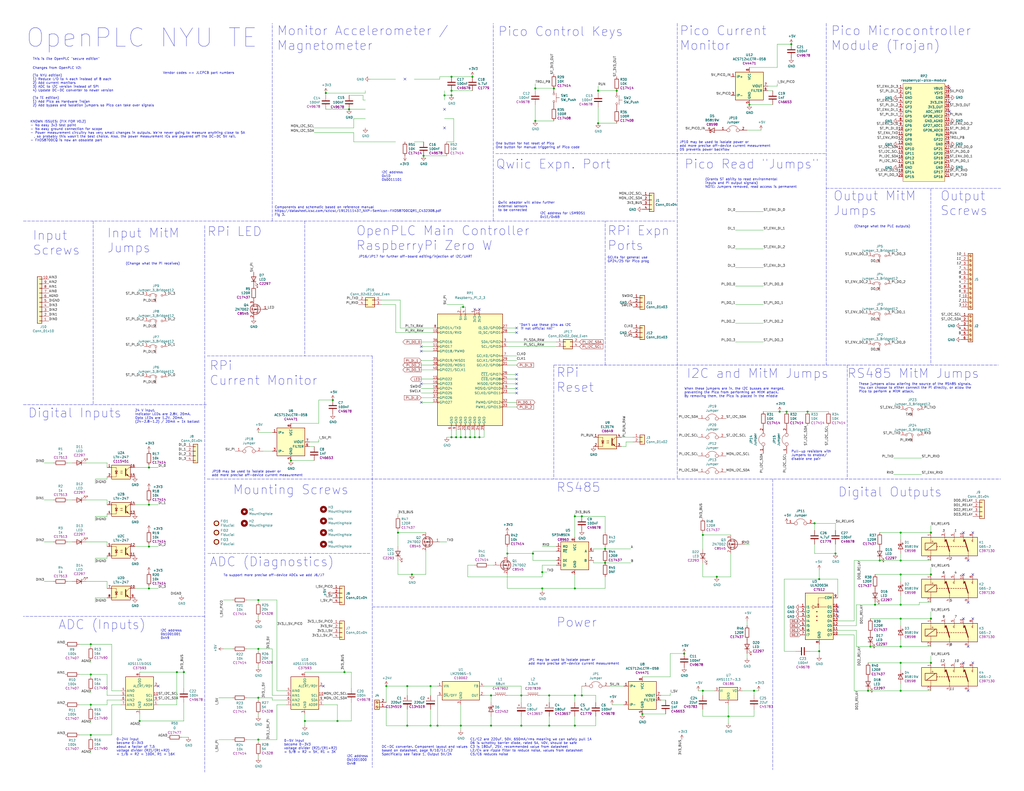
<source format=kicad_sch>
(kicad_sch (version 20211123) (generator eeschema)
  (paper "C")
  (title_block (title "OpenPLC NYU TE") (rev "0.1") (company "NYU") (comment 1 "by Hammond Pearce") (comment 2 "2021"))
  (junction (at 491.49 313.69))
  (junction (at 295.91 321.31))
  (junction (at 313.69 379.73))
  (junction (at 246.38 238.76))
  (junction (at 408.94 57.15))
  (junction (at 336.55 49.53))
  (junction (at 222.25 374.65))
  (junction (at 480.06 306.07))
  (junction (at 474.98 353.06))
  (junction (at 491.49 337.82))
  (junction (at 330.2 307.34))
  (junction (at 242.57 52.07))
  (junction (at 246.38 41.91))
  (junction (at 76.2 393.7))
  (junction (at 292.1 48.26))
  (junction (at 222.25 396.24))
  (junction (at 313.69 396.24))
  (junction (at 49.53 384.81))
  (junction (at 246.38 49.53))
  (junction (at 251.46 238.76))
  (junction (at 313.69 321.31))
  (junction (at 508 361.95))
  (junction (at 231.14 85.09))
  (junction (at 254 238.76))
  (junction (at 81.28 321.31))
  (junction (at 508 290.83))
  (junction (at 299.72 396.24))
  (junction (at 317.5 281.94))
  (junction (at 326.39 49.53))
  (junction (at 508 313.69))
  (junction (at 261.62 238.76))
  (junction (at 429.26 224.79))
  (junction (at 81.28 255.27))
  (junction (at 317.5 379.73))
  (junction (at 508 337.82))
  (junction (at 49.53 351.79))
  (junction (at 96.52 367.03))
  (junction (at 49.53 368.3))
  (junction (at 491.49 377.19))
  (junction (at 256.54 238.76))
  (junction (at 166.37 393.7))
  (junction (at 177.8 50.8))
  (junction (at 284.48 396.24))
  (junction (at 190.5 59.69))
  (junction (at 100.33 367.03))
  (junction (at 444.5 285.75))
  (junction (at 313.69 281.94))
  (junction (at 248.92 238.76))
  (junction (at 81.28 298.45))
  (junction (at 224.79 313.69))
  (junction (at 477.52 330.2))
  (junction (at 276.86 302.26))
  (junction (at 491.49 361.95))
  (junction (at 299.72 379.73))
  (junction (at 491.49 353.06))
  (junction (at 290.83 302.26))
  (junction (at 234.95 374.65))
  (junction (at 455.93 302.26))
  (junction (at 391.16 314.96))
  (junction (at 330.2 299.72))
  (junction (at 383.54 292.1))
  (junction (at 397.51 391.16))
  (junction (at 217.17 290.83))
  (junction (at 425.45 224.79))
  (junction (at 251.46 396.24))
  (junction (at 411.48 377.19))
  (junction (at 140.97 381))
  (junction (at 187.96 367.03))
  (junction (at 158.75 251.46))
  (junction (at 184.15 393.7))
  (junction (at 431.8 24.13))
  (junction (at 267.97 379.73))
  (junction (at 383.54 377.19))
  (junction (at 491.49 306.07))
  (junction (at 326.39 67.31))
  (junction (at 140.97 403.86))
  (junction (at 473.71 377.19))
  (junction (at 49.53 401.32))
  (junction (at 447.04 355.6))
  (junction (at 234.95 396.24))
  (junction (at 292.1 66.04))
  (junction (at 295.91 312.42))
  (junction (at 440.69 224.79))
  (junction (at 284.48 379.73))
  (junction (at 373.38 356.87))
  (junction (at 238.76 396.24))
  (junction (at 267.97 396.24))
  (junction (at 81.28 275.59))
  (junction (at 491.49 290.83))
  (junction (at 491.49 330.2))
  (junction (at 259.08 238.76))
  (junction (at 140.97 354.33))
  (junction (at 181.61 218.44))
  (junction (at 246.38 52.07))
  (junction (at 257.81 41.91))
  (junction (at 350.52 389.89))
  (junction (at 140.97 327.66))
  (junction (at 252.73 167.64))
  (junction (at 302.26 48.26))
  (junction (at 210.82 374.65))
  (junction (at 447.04 316.23))
  (no_connect (at 220.98 43.18))
  (no_connect (at 229.87 191.77))
  (no_connect (at 530.86 337.82))
  (no_connect (at 530.86 290.83))
  (no_connect (at 525.78 290.83))
  (no_connect (at 259.08 168.91))
  (no_connect (at 518.16 55.88))
  (no_connect (at 457.2 334.01))
  (no_connect (at 525.78 337.82))
  (no_connect (at 530.86 313.69))
  (no_connect (at 281.94 181.61))
  (no_connect (at 281.94 212.09))
  (no_connect (at 176.53 374.65))
  (no_connect (at 457.2 331.47))
  (no_connect (at 281.94 204.47))
  (no_connect (at 518.16 60.96))
  (no_connect (at 518.16 48.26))
  (no_connect (at 528.32 306.07))
  (no_connect (at 242.57 59.69))
  (no_connect (at 528.32 353.06))
  (no_connect (at 242.57 69.85))
  (no_connect (at 86.36 374.65))
  (no_connect (at 528.32 377.19))
  (no_connect (at 229.87 209.55))
  (no_connect (at 281.94 214.63))
  (no_connect (at 229.87 189.23))
  (no_connect (at 525.78 313.69))
  (no_connect (at 457.2 336.55))
  (no_connect (at 525.78 361.95))
  (no_connect (at 281.94 179.07))
  (no_connect (at 229.87 219.71))
  (no_connect (at 281.94 207.01))
  (no_connect (at 261.62 168.91))
  (no_connect (at 528.32 328.93))
  (no_connect (at 530.86 361.95))
  (no_connect (at 281.94 209.55))
  (wire (pts (xy 276.86 321.31) (xy 276.86 313.69)))
  (wire (pts (xy 424.18 24.13) (xy 424.18 36.83)))
  (wire (pts (xy 234.95 387.35) (xy 234.95 396.24)))
  (wire (pts (xy 276.86 303.53) (xy 276.86 302.26)))
  (wire (pts (xy 158.75 251.46) (xy 171.45 251.46)))
  (wire (pts (xy 383.54 377.19) (xy 389.89 377.19)))
  (wire (pts (xy 224.79 313.69) (xy 217.17 313.69)))
  (wire (pts (xy 140.97 336.55) (xy 140.97 337.82)))
  (wire (pts (xy 49.53 360.68) (xy 49.53 361.95)))
  (wire (pts (xy 491.49 313.69) (xy 491.49 317.5)))
  (wire (pts (xy 226.06 77.47) (xy 231.14 77.47)))
  (wire (pts (xy 29.21 317.5) (xy 24.13 317.5)))
  (wire (pts (xy 49.53 368.3) (xy 58.42 368.3)))
  (wire (pts (xy 49.53 401.32) (xy 60.96 401.32)))
  (wire (pts (xy 251.46 234.95) (xy 251.46 238.76)))
  (wire (pts (xy 148.59 382.27) (xy 156.21 382.27)))
  (wire (pts (xy 252.73 166.37) (xy 252.73 167.64)))
  (wire (pts (xy 457.2 316.23) (xy 457.2 326.39)))
  (polyline (pts (xy 269.24 120.65) (xy 269.24 12.7)))
  (wire (pts (xy 238.76 379.73) (xy 238.76 396.24)))
  (wire (pts (xy 256.54 234.95) (xy 256.54 238.76)))
  (wire (pts (xy 447.04 316.23) (xy 457.2 316.23)))
  (wire (pts (xy 210.82 383.54) (xy 210.82 374.65)))
  (polyline (pts (xy 203.2 331.47) (xy 421.64 331.47)))
  (wire (pts (xy 254 234.95) (xy 254 238.76)))
  (wire (pts (xy 58.42 382.27) (xy 66.04 382.27)))
  (wire (pts (xy 193.04 77.47) (xy 193.04 72.39)))
  (wire (pts (xy 140.97 354.33) (xy 148.59 354.33)))
  (wire (pts (xy 187.96 367.03) (xy 187.96 365.76)))
  (wire (pts (xy 198.12 52.07) (xy 190.5 52.07)))
  (wire (pts (xy 466.09 377.19) (xy 473.71 377.19)))
  (wire (pts (xy 295.91 322.58) (xy 295.91 321.31)))
  (wire (pts (xy 276.86 219.71) (xy 281.94 219.71)))
  (wire (pts (xy 208.28 166.37) (xy 215.9 166.37)))
  (wire (pts (xy 313.69 313.69) (xy 313.69 321.31)))
  (wire (pts (xy 81.28 255.27) (xy 86.36 255.27)))
  (wire (pts (xy 391.16 314.96) (xy 383.54 314.96)))
  (wire (pts (xy 121.92 327.66) (xy 127 327.66)))
  (wire (pts (xy 325.12 396.24) (xy 325.12 391.16)))
  (wire (pts (xy 491.49 337.82) (xy 508 337.82)))
  (wire (pts (xy 73.66 275.59) (xy 81.28 275.59)))
  (wire (pts (xy 140.97 236.22) (xy 148.59 236.22)))
  (wire (pts (xy 467.36 353.06) (xy 474.98 353.06)))
  (wire (pts (xy 171.45 243.84) (xy 168.91 243.84)))
  (wire (pts (xy 326.39 49.53) (xy 326.39 46.99)))
  (wire (pts (xy 313.69 321.31) (xy 330.2 321.31)))
  (wire (pts (xy 218.44 163.83) (xy 218.44 179.07)))
  (wire (pts (xy 259.08 234.95) (xy 259.08 238.76)))
  (wire (pts (xy 127 354.33) (xy 121.92 354.33)))
  (wire (pts (xy 491.49 313.69) (xy 508 313.69)))
  (wire (pts (xy 166.37 393.7) (xy 184.15 393.7)))
  (wire (pts (xy 330.2 299.72) (xy 344.17 299.72)))
  (wire (pts (xy 491.49 341.63) (xy 491.49 337.82)))
  (wire (pts (xy 383.54 391.16) (xy 397.51 391.16)))
  (wire (pts (xy 229.87 186.69) (xy 236.22 186.69)))
  (wire (pts (xy 168.91 241.3) (xy 173.99 241.3)))
  (polyline (pts (xy 421.64 261.62) (xy 421.64 420.37)))
  (wire (pts (xy 76.2 389.89) (xy 76.2 393.7)))
  (wire (pts (xy 457.2 339.09) (xy 466.09 339.09)))
  (wire (pts (xy 81.28 297.18) (xy 81.28 298.45)))
  (wire (pts (xy 401.32 166.37) (xy 416.56 166.37)))
  (wire (pts (xy 398.78 302.26) (xy 398.78 314.96)))
  (wire (pts (xy 298.45 312.42) (xy 295.91 312.42)))
  (wire (pts (xy 140.97 327.66) (xy 151.13 327.66)))
  (wire (pts (xy 210.82 396.24) (xy 210.82 386.08)))
  (wire (pts (xy 256.54 238.76) (xy 259.08 238.76)))
  (wire (pts (xy 317.5 281.94) (xy 330.2 281.94)))
  (wire (pts (xy 236.22 189.23) (xy 229.87 189.23)))
  (wire (pts (xy 266.7 308.61) (xy 269.24 308.61)))
  (wire (pts (xy 134.62 403.86) (xy 140.97 403.86)))
  (wire (pts (xy 49.53 369.57) (xy 49.53 368.3)))
  (wire (pts (xy 284.48 396.24) (xy 267.97 396.24)))
  (wire (pts (xy 254 238.76) (xy 256.54 238.76)))
  (wire (pts (xy 222.25 387.35) (xy 222.25 396.24)))
  (polyline (pts (xy 369.57 12.7) (xy 369.57 261.62)))
  (polyline (pts (xy 111.76 123.19) (xy 111.76 421.64)))
  (wire (pts (xy 257.81 41.91) (xy 246.38 41.91)))
  (wire (pts (xy 365.76 379.73) (xy 365.76 378.46)))
  (wire (pts (xy 242.57 52.07) (xy 246.38 52.07)))
  (wire (pts (xy 81.28 275.59) (xy 86.36 275.59)))
  (wire (pts (xy 148.59 354.33) (xy 148.59 379.73)))
  (wire (pts (xy 52.07 304.8) (xy 58.42 304.8)))
  (wire (pts (xy 267.97 396.24) (xy 251.46 396.24)))
  (wire (pts (xy 151.13 377.19) (xy 156.21 377.19)))
  (wire (pts (xy 406.4 297.18) (xy 408.94 297.18)))
  (wire (pts (xy 222.25 374.65) (xy 234.95 374.65)))
  (wire (pts (xy 491.49 377.19) (xy 508 377.19)))
  (wire (pts (xy 73.66 255.27) (xy 81.28 255.27)))
  (wire (pts (xy 49.53 384.81) (xy 58.42 384.81)))
  (wire (pts (xy 317.5 379.73) (xy 313.69 379.73)))
  (wire (pts (xy 295.91 308.61) (xy 303.53 308.61)))
  (wire (pts (xy 276.86 204.47) (xy 281.94 204.47)))
  (wire (pts (xy 242.57 64.77) (xy 247.65 64.77)))
  (wire (pts (xy 339.09 243.84) (xy 341.63 243.84)))
  (wire (pts (xy 166.37 396.24) (xy 166.37 393.7)))
  (wire (pts (xy 383.54 314.96) (xy 383.54 307.34)))
  (wire (pts (xy 234.95 396.24) (xy 238.76 396.24)))
  (wire (pts (xy 336.55 67.31) (xy 326.39 67.31)))
  (wire (pts (xy 49.53 393.7) (xy 49.53 394.97)))
  (wire (pts (xy 383.54 379.73) (xy 383.54 377.19)))
  (polyline (pts (xy 270.51 83.82) (xy 450.85 83.82)))
  (wire (pts (xy 466.09 377.19) (xy 466.09 346.71)))
  (wire (pts (xy 177.8 50.8) (xy 177.8 52.07)))
  (polyline (pts (xy 148.59 120.65) (xy 148.59 12.7)))
  (wire (pts (xy 487.68 259.08) (xy 502.92 259.08)))
  (wire (pts (xy 96.52 384.81) (xy 96.52 367.03)))
  (wire (pts (xy 427.99 355.6) (xy 434.34 355.6)))
  (wire (pts (xy 294.64 379.73) (xy 299.72 379.73)))
  (wire (pts (xy 52.07 281.94) (xy 58.42 281.94)))
  (wire (pts (xy 508 328.93) (xy 501.65 328.93)))
  (wire (pts (xy 276.86 194.31) (xy 281.94 194.31)))
  (wire (pts (xy 383.54 290.83) (xy 383.54 292.1)))
  (wire (pts (xy 52.07 261.62) (xy 58.42 261.62)))
  (wire (pts (xy 466.09 306.07) (xy 480.06 306.07)))
  (wire (pts (xy 363.22 382.27) (xy 360.68 382.27)))
  (wire (pts (xy 491.49 325.12) (xy 491.49 330.2)))
  (polyline (pts (xy 111.76 336.55) (xy 12.7 336.55)))
  (wire (pts (xy 290.83 300.99) (xy 303.53 300.99)))
  (wire (pts (xy 383.54 292.1) (xy 398.78 292.1)))
  (wire (pts (xy 276.86 214.63) (xy 281.94 214.63)))
  (wire (pts (xy 215.9 77.47) (xy 193.04 77.47)))
  (wire (pts (xy 73.66 298.45) (xy 81.28 298.45)))
  (wire (pts (xy 60.96 351.79) (xy 49.53 351.79)))
  (wire (pts (xy 491.49 361.95) (xy 508 361.95)))
  (wire (pts (xy 52.07 264.16) (xy 52.07 261.62)))
  (wire (pts (xy 299.72 391.16) (xy 299.72 396.24)))
  (wire (pts (xy 341.63 243.84) (xy 341.63 241.3)))
  (wire (pts (xy 158.75 231.14) (xy 173.99 231.14)))
  (wire (pts (xy 276.86 379.73) (xy 284.48 379.73)))
  (wire (pts (xy 313.69 379.73) (xy 299.72 379.73)))
  (polyline (pts (xy 113.03 194.31) (xy 203.2 194.31)))
  (wire (pts (xy 477.52 328.93) (xy 477.52 330.2)))
  (wire (pts (xy 173.99 241.3) (xy 173.99 240.03)))
  (wire (pts (xy 295.91 321.31) (xy 276.86 321.31)))
  (wire (pts (xy 474.98 337.82) (xy 491.49 337.82)))
  (wire (pts (xy 229.87 219.71) (xy 236.22 219.71)))
  (wire (pts (xy 254 167.64) (xy 254 168.91)))
  (wire (pts (xy 408.94 57.15) (xy 421.64 57.15)))
  (wire (pts (xy 43.18 368.3) (xy 49.53 368.3)))
  (wire (pts (xy 238.76 396.24) (xy 251.46 396.24)))
  (polyline (pts (xy 450.85 12.7) (xy 450.85 199.39)))
  (wire (pts (xy 444.5 285.75) (xy 455.93 285.75)))
  (wire (pts (xy 491.49 353.06) (xy 508 353.06)))
  (wire (pts (xy 313.69 391.16) (xy 313.69 396.24)))
  (wire (pts (xy 325.12 379.73) (xy 317.5 379.73)))
  (wire (pts (xy 424.18 46.99) (xy 424.18 45.72)))
  (wire (pts (xy 251.46 167.64) (xy 252.73 167.64)))
  (wire (pts (xy 217.17 313.69) (xy 217.17 306.07)))
  (wire (pts (xy 340.36 384.81) (xy 334.01 384.81)))
  (wire (pts (xy 148.59 246.38) (xy 143.51 246.38)))
  (wire (pts (xy 140.97 403.86) (xy 151.13 403.86)))
  (wire (pts (xy 473.71 377.19) (xy 491.49 377.19)))
  (polyline (pts (xy 302.26 199.39) (xy 302.26 261.62)))
  (wire (pts (xy 217.17 290.83) (xy 232.41 290.83)))
  (wire (pts (xy 508 313.69) (xy 508 309.88)))
  (wire (pts (xy 140.97 414.02) (xy 140.97 412.75)))
  (wire (pts (xy 401.32 115.57) (xy 416.56 115.57)))
  (wire (pts (xy 313.69 321.31) (xy 295.91 321.31)))
  (wire (pts (xy 86.36 384.81) (xy 96.52 384.81)))
  (wire (pts (xy 242.57 52.07) (xy 242.57 49.53)))
  (wire (pts (xy 191.77 367.03) (xy 187.96 367.03)))
  (wire (pts (xy 248.92 238.76) (xy 251.46 238.76)))
  (wire (pts (xy 330.2 314.96) (xy 330.2 321.31)))
  (wire (pts (xy 58.42 261.62) (xy 58.42 260.35)))
  (wire (pts (xy 401.32 186.69) (xy 416.56 186.69)))
  (wire (pts (xy 467.36 344.17) (xy 457.2 344.17)))
  (wire (pts (xy 313.69 281.94) (xy 317.5 281.94)))
  (wire (pts (xy 302.26 48.26) (xy 292.1 48.26)))
  (wire (pts (xy 264.16 374.65) (xy 284.48 374.65)))
  (wire (pts (xy 36.83 317.5) (xy 39.37 317.5)))
  (wire (pts (xy 299.72 379.73) (xy 299.72 383.54)))
  (wire (pts (xy 491.49 373.38) (xy 491.49 377.19)))
  (wire (pts (xy 427.99 316.23) (xy 427.99 355.6)))
  (polyline (pts (xy 450.85 102.87) (xy 546.1 102.87)))
  (wire (pts (xy 246.38 238.76) (xy 248.92 238.76)))
  (wire (pts (xy 491.49 294.64) (xy 491.49 290.83)))
  (wire (pts (xy 49.53 378.46) (xy 49.53 377.19)))
  (wire (pts (xy 232.41 300.99) (xy 232.41 313.69)))
  (wire (pts (xy 381 377.19) (xy 383.54 377.19)))
  (wire (pts (xy 491.49 306.07) (xy 508 306.07)))
  (wire (pts (xy 229.87 196.85) (xy 236.22 196.85)))
  (wire (pts (xy 246.38 234.95) (xy 246.38 238.76)))
  (wire (pts (xy 215.9 181.61) (xy 236.22 181.61)))
  (wire (pts (xy 222.25 379.73) (xy 222.25 374.65)))
  (wire (pts (xy 281.94 181.61) (xy 276.86 181.61)))
  (polyline (pts (xy 12.7 220.98) (xy 113.03 220.98)))
  (wire (pts (xy 350.52 369.57) (xy 365.76 369.57)))
  (wire (pts (xy 323.85 299.72) (xy 330.2 299.72)))
  (wire (pts (xy 60.96 351.79) (xy 60.96 377.19)))
  (wire (pts (xy 276.86 189.23) (xy 303.53 189.23)))
  (wire (pts (xy 292.1 48.26) (xy 292.1 49.53)))
  (wire (pts (xy 52.07 284.48) (xy 52.07 281.94)))
  (wire (pts (xy 317.5 379.73) (xy 317.5 374.65)))
  (wire (pts (xy 127 381) (xy 119.38 381)))
  (wire (pts (xy 46.99 273.05) (xy 58.42 273.05)))
  (wire (pts (xy 251.46 398.78) (xy 251.46 396.24)))
  (wire (pts (xy 326.39 49.53) (xy 326.39 50.8)))
  (wire (pts (xy 81.28 274.32) (xy 81.28 275.59)))
  (wire (pts (xy 199.39 54.61) (xy 198.12 54.61)))
  (wire (pts (xy 487.68 250.19) (xy 502.92 250.19)))
  (wire (pts (xy 236.22 201.93) (xy 229.87 201.93)))
  (wire (pts (xy 76.2 396.24) (xy 76.2 393.7)))
  (wire (pts (xy 229.87 207.01) (xy 236.22 207.01)))
  (wire (pts (xy 303.53 298.45) (xy 295.91 298.45)))
  (wire (pts (xy 365.76 356.87) (xy 373.38 356.87)))
  (polyline (pts (xy 12.7 120.65) (xy 368.3 120.65)))
  (wire (pts (xy 29.21 295.91) (xy 24.13 295.91)))
  (wire (pts (xy 401.32 135.89) (xy 416.56 135.89)))
  (wire (pts (xy 229.87 217.17) (xy 236.22 217.17)))
  (wire (pts (xy 247.65 77.47) (xy 243.84 77.47)))
  (wire (pts (xy 491.49 306.07) (xy 491.49 302.26)))
  (wire (pts (xy 36.83 295.91) (xy 39.37 295.91)))
  (wire (pts (xy 243.84 166.37) (xy 252.73 166.37)))
  (wire (pts (xy 234.95 374.65) (xy 238.76 374.65)))
  (wire (pts (xy 508 361.95) (xy 508 358.14)))
  (wire (pts (xy 276.86 209.55) (xy 281.94 209.55)))
  (wire (pts (xy 397.51 384.81) (xy 397.51 391.16)))
  (wire (pts (xy 100.33 383.54) (xy 100.33 393.7)))
  (polyline (pts (xy 508 102.87) (xy 508 199.39)))
  (wire (pts (xy 60.96 384.81) (xy 60.96 401.32)))
  (wire (pts (xy 401.32 156.21) (xy 416.56 156.21)))
  (wire (pts (xy 330.2 307.34) (xy 323.85 307.34)))
  (wire (pts (xy 383.54 387.35) (xy 383.54 391.16)))
  (wire (pts (xy 49.53 401.32) (xy 49.53 402.59)))
  (wire (pts (xy 284.48 383.54) (xy 284.48 379.73)))
  (wire (pts (xy 134.62 327.66) (xy 140.97 327.66)))
  (polyline (pts (xy 203.2 194.31) (xy 203.2 419.1)))
  (wire (pts (xy 411.48 391.16) (xy 411.48 387.35)))
  (wire (pts (xy 58.42 304.8) (xy 58.42 303.53)))
  (wire (pts (xy 217.17 289.56) (xy 217.17 290.83)))
  (wire (pts (xy 58.42 252.73) (xy 58.42 255.27)))
  (wire (pts (xy 226.06 43.18) (xy 240.03 43.18)))
  (wire (pts (xy 276.86 302.26) (xy 290.83 302.26)))
  (wire (pts (xy 99.06 402.59) (xy 102.87 402.59)))
  (wire (pts (xy 218.44 179.07) (xy 236.22 179.07)))
  (wire (pts (xy 407.67 339.09) (xy 407.67 341.63)))
  (wire (pts (xy 191.77 367.03) (xy 191.77 375.92)))
  (wire (pts (xy 148.59 379.73) (xy 156.21 379.73)))
  (wire (pts (xy 49.53 384.81) (xy 49.53 386.08)))
  (wire (pts (xy 491.49 349.25) (xy 491.49 353.06)))
  (wire (pts (xy 326.39 67.31) (xy 326.39 58.42)))
  (wire (pts (xy 287.02 379.73) (xy 284.48 379.73)))
  (wire (pts (xy 236.22 199.39) (xy 229.87 199.39)))
  (wire (pts (xy 199.39 59.69) (xy 190.5 59.69)))
  (wire (pts (xy 247.65 64.77) (xy 247.65 77.47)))
  (wire (pts (xy 474.98 353.06) (xy 491.49 353.06)))
  (wire (pts (xy 199.39 64.77) (xy 193.04 64.77)))
  (wire (pts (xy 119.38 403.86) (xy 127 403.86)))
  (wire (pts (xy 81.28 321.31) (xy 86.36 321.31)))
  (wire (pts (xy 240.03 41.91) (xy 246.38 41.91)))
  (wire (pts (xy 46.99 295.91) (xy 58.42 295.91)))
  (wire (pts (xy 467.36 341.63) (xy 457.2 341.63)))
  (wire (pts (xy 425.45 224.79) (xy 429.26 224.79)))
  (wire (pts (xy 60.96 377.19) (xy 66.04 377.19)))
  (wire (pts (xy 401.32 125.73) (xy 416.56 125.73)))
  (wire (pts (xy 58.42 379.73) (xy 66.04 379.73)))
  (wire (pts (xy 52.07 326.39) (xy 52.07 328.93)))
  (wire (pts (xy 467.36 330.2) (xy 467.36 341.63)))
  (wire (pts (xy 43.18 401.32) (xy 49.53 401.32)))
  (wire (pts (xy 276.86 196.85) (xy 281.94 196.85)))
  (wire (pts (xy 424.18 24.13) (xy 431.8 24.13)))
  (wire (pts (xy 259.08 238.76) (xy 261.62 238.76)))
  (wire (pts (xy 96.52 367.03) (xy 100.33 367.03)))
  (wire (pts (xy 140.97 355.6) (xy 140.97 354.33)))
  (wire (pts (xy 302.26 66.04) (xy 292.1 66.04)))
  (wire (pts (xy 229.87 212.09) (xy 236.22 212.09)))
  (wire (pts (xy 248.92 234.95) (xy 248.92 238.76)))
  (wire (pts (xy 140.97 403.86) (xy 140.97 405.13)))
  (wire (pts (xy 429.26 224.79) (xy 440.69 224.79)))
  (wire (pts (xy 405.13 377.19) (xy 411.48 377.19)))
  (wire (pts (xy 251.46 238.76) (xy 254 238.76)))
  (wire (pts (xy 58.42 382.27) (xy 58.42 384.81)))
  (wire (pts (xy 166.37 367.03) (xy 187.96 367.03)))
  (wire (pts (xy 243.84 85.09) (xy 231.14 85.09)))
  (wire (pts (xy 81.28 320.04) (xy 81.28 321.31)))
  (wire (pts (xy 336.55 49.53) (xy 326.39 49.53)))
  (wire (pts (xy 473.71 361.95) (xy 491.49 361.95)))
  (polyline (pts (xy 201.93 302.26) (xy 113.03 302.26)))
  (wire (pts (xy 440.69 224.79) (xy 452.12 224.79)))
  (wire (pts (xy 240.03 43.18) (xy 240.03 41.91)))
  (wire (pts (xy 290.83 302.26) (xy 290.83 306.07)))
  (wire (pts (xy 427.99 316.23) (xy 447.04 316.23)))
  (wire (pts (xy 257.81 49.53) (xy 246.38 49.53)))
  (wire (pts (xy 360.68 379.73) (xy 365.76 379.73)))
  (polyline (pts (xy 302.26 199.39) (xy 544.83 199.39)))
  (wire (pts (xy 276.86 222.25) (xy 281.94 222.25)))
  (wire (pts (xy 264.16 238.76) (xy 264.16 234.95)))
  (wire (pts (xy 190.5 59.69) (xy 177.8 59.69)))
  (wire (pts (xy 350.52 389.89) (xy 363.22 389.89)))
  (wire (pts (xy 477.52 330.2) (xy 491.49 330.2)))
  (wire (pts (xy 455.93 289.56) (xy 455.93 285.75)))
  (wire (pts (xy 401.32 176.53) (xy 416.56 176.53)))
  (wire (pts (xy 166.37 389.89) (xy 166.37 393.7)))
  (wire (pts (xy 140.97 389.89) (xy 140.97 391.16)))
  (wire (pts (xy 52.07 307.34) (xy 52.07 304.8)))
  (wire (pts (xy 198.12 54.61) (xy 198.12 52.07)))
  (wire (pts (xy 100.33 367.03) (xy 100.33 375.92)))
  (wire (pts (xy 100.33 367.03) (xy 100.33 365.76)))
  (wire (pts (xy 49.53 411.48) (xy 49.53 410.21)))
  (wire (pts (xy 246.38 52.07) (xy 246.38 49.53)))
  (wire (pts (xy 295.91 308.61) (xy 295.91 312.42)))
  (wire (pts (xy 407.67 356.87) (xy 407.67 359.41)))
  (wire (pts (xy 444.5 285.75) (xy 444.5 289.56)))
  (wire (pts (xy 193.04 72.39) (xy 171.45 72.39)))
  (wire (pts (xy 240.03 295.91) (xy 243.84 295.91)))
  (wire (pts (xy 208.28 163.83) (xy 218.44 163.83)))
  (wire (pts (xy 217.17 290.83) (xy 217.17 298.45)))
  (wire (pts (xy 215.9 43.18) (xy 201.93 43.18)))
  (wire (pts (xy 234.95 379.73) (xy 234.95 374.65)))
  (wire (pts (xy 222.25 396.24) (xy 234.95 396.24)))
  (wire (pts (xy 411.48 377.19) (xy 411.48 379.73)))
  (wire (pts (xy 76.2 367.03) (xy 96.52 367.03)))
  (wire (pts (xy 267.97 383.54) (xy 267.97 379.73)))
  (wire (pts (xy 229.87 209.55) (xy 236.22 209.55)))
  (wire (pts (xy 134.62 381) (xy 140.97 381)))
  (wire (pts (xy 299.72 396.24) (xy 284.48 396.24)))
  (wire (pts (xy 501.65 330.2) (xy 501.65 328.93)))
  (wire (pts (xy 251.46 168.91) (xy 251.46 167.64)))
  (wire (pts (xy 345.44 238.76) (xy 339.09 238.76)))
  (wire (pts (xy 140.97 381) (xy 140.97 382.27)))
  (wire (pts (xy 177.8 50.8) (xy 199.39 50.8)))
  (wire (pts (xy 140.97 327.66) (xy 140.97 328.93)))
  (wire (pts (xy 313.69 281.94) (xy 313.69 280.67)))
  (wire (pts (xy 255.27 308.61) (xy 255.27 314.96)))
  (wire (pts (xy 229.87 214.63) (xy 236.22 214.63)))
  (wire (pts (xy 264.16 379.73) (xy 267.97 379.73)))
  (wire (pts (xy 191.77 383.54) (xy 191.77 393.7)))
  (wire (pts (xy 397.51 391.16) (xy 411.48 391.16)))
  (wire (pts (xy 313.69 379.73) (xy 313.69 383.54)))
  (wire (pts (xy 444.5 302.26) (xy 455.93 302.26)))
  (wire (pts (xy 76.2 393.7) (xy 100.33 393.7)))
  (wire (pts (xy 252.73 167.64) (xy 254 167.64)))
  (wire (pts (xy 480.06 290.83) (xy 491.49 290.83)))
  (wire (pts (xy 199.39 50.8) (xy 199.39 49.53)))
  (wire (pts (xy 151.13 384.81) (xy 156.21 384.81)))
  (wire (pts (xy 36.83 252.73) (xy 39.37 252.73)))
  (wire (pts (xy 261.62 234.95) (xy 261.62 238.76)))
  (wire (pts (xy 43.18 351.79) (xy 49.53 351.79)))
  (wire (pts (xy 330.2 298.45) (xy 330.2 299.72)))
  (wire (pts (xy 408.94 36.83) (xy 424.18 36.83)))
  (wire (pts (xy 491.49 330.2) (xy 501.65 330.2)))
  (wire (pts (xy 444.5 297.18) (xy 444.5 302.26)))
  (wire (pts (xy 58.42 280.67) (xy 58.42 281.94)))
  (wire (pts (xy 58.42 326.39) (xy 52.07 326.39)))
  (wire (pts (xy 344.17 307.34) (xy 330.2 307.34)))
  (wire (pts (xy 290.83 300.99) (xy 290.83 302.26)))
  (wire (pts (xy 29.21 252.73) (xy 24.13 252.73)))
  (wire (pts (xy 295.91 312.42) (xy 295.91 314.96)))
  (wire (pts (xy 173.99 218.44) (xy 173.99 231.14)))
  (polyline (pts (xy 462.28 199.39) (xy 462.28 261.62)))
  (wire (pts (xy 323.85 306.07) (xy 323.85 307.34)))
  (wire (pts (xy 365.76 356.87) (xy 365.76 369.57)))
  (wire (pts (xy 313.69 281.94) (xy 313.69 293.37)))
  (wire (pts (xy 397.51 394.97) (xy 397.51 391.16)))
  (wire (pts (xy 447.04 311.15) (xy 447.04 316.23)))
  (wire (pts (xy 236.22 191.77) (xy 229.87 191.77)))
  (wire (pts (xy 176.53 384.81) (xy 184.15 384.81)))
  (wire (pts (xy 398.78 314.96) (xy 391.16 314.96)))
  (wire (pts (xy 134.62 354.33) (xy 140.97 354.33)))
  (wire (pts (xy 210.82 374.65) (xy 222.25 374.65)))
  (wire (pts (xy 267.97 391.16) (xy 267.97 396.24)))
  (wire (pts (xy 60.96 384.81) (xy 66.04 384.81)))
  (wire (pts (xy 243.84 238.76) (xy 246.38 238.76)))
  (wire (pts (xy 58.42 273.05) (xy 58.42 275.59)))
  (wire (pts (xy 46.99 317.5) (xy 58.42 317.5)))
  (wire (pts (xy 58.42 317.5) (xy 58.42 321.31)))
  (wire (pts (xy 425.45 224.79) (xy 416.56 224.79)))
  (wire (pts (xy 292.1 48.26) (xy 292.1 45.72)))
  (wire (pts (xy 276.86 207.01) (xy 281.94 207.01)))
  (wire (pts (xy 383.54 292.1) (xy 383.54 299.72)))
  (wire (pts (xy 151.13 384.81) (xy 151.13 403.86)))
  (wire (pts (xy 466.09 339.09) (xy 466.09 306.07)))
  (wire (pts (xy 332.74 374.65) (xy 340.36 374.65)))
  (wire (pts (xy 242.57 54.61) (xy 242.57 52.07)))
  (wire (pts (xy 81.28 254) (xy 81.28 255.27)))
  (wire (pts (xy 447.04 355.6) (xy 447.04 351.79)))
  (wire (pts (xy 81.28 298.45) (xy 86.36 298.45)))
  (wire (pts (xy 46.99 252.73) (xy 58.42 252.73)))
  (wire (pts (xy 411.48 377.19) (xy 414.02 377.19)))
  (wire (pts (xy 467.36 353.06) (xy 467.36 344.17)))
  (wire (pts (xy 276.86 302.26) (xy 276.86 298.45)))
  (wire (pts (xy 36.83 273.05) (xy 39.37 273.05)))
  (wire (pts (xy 73.66 321.31) (xy 81.28 321.31)))
  (wire (pts (xy 210.82 396.24) (xy 222.25 396.24)))
  (wire (pts (xy 184.15 384.81) (xy 184.15 393.7)))
  (wire (pts (xy 447.04 355.6) (xy 447.04 358.14)))
  (wire (pts (xy 491.49 365.76) (xy 491.49 361.95)))
  (wire (pts (xy 193.04 64.77) (xy 193.04 69.85)))
  (wire (pts (xy 299.72 396.24) (xy 313.69 396.24)))
  (wire (pts (xy 330.2 290.83) (xy 330.2 281.94)))
  (wire (pts (xy 173.99 218.44) (xy 181.61 218.44)))
  (polyline (pts (xy 166.37 120.65) (xy 166.37 194.31)))
  (wire (pts (xy 313.69 396.24) (xy 325.12 396.24)))
  (wire (pts (xy 292.1 57.15) (xy 292.1 66.04)))
  (polyline (pts (xy 369.57 261.62) (xy 546.1 261.62)))
  (wire (pts (xy 276.86 199.39) (xy 281.94 199.39)))
  (wire (pts (xy 284.48 391.16) (xy 284.48 396.24)))
  (wire (pts (xy 232.41 313.69) (xy 224.79 313.69)))
  (wire (pts (xy 261.62 238.76) (xy 264.16 238.76)))
  (wire (pts (xy 215.9 166.37) (xy 215.9 181.61)))
  (wire (pts (xy 29.21 273.05) (xy 24.13 273.05)))
  (wire (pts (xy 421.64 49.53) (xy 419.1 49.53)))
  (wire (pts (xy 217.17 281.94) (xy 217.17 280.67)))
  (wire (pts (xy 447.04 355.6) (xy 441.96 355.6)))
  (wire (pts (xy 267.97 379.73) (xy 269.24 379.73)))
  (wire (pts (xy 477.52 313.69) (xy 491.49 313.69)))
  (wire (pts (xy 58.42 295.91) (xy 58.42 298.45)))
  (wire (pts (xy 140.97 364.49) (xy 140.97 363.22)))
  (wire (pts (xy 419.1 46.99) (xy 424.18 46.99)))
  (wire (pts (xy 276.86 212.09) (xy 281.94 212.09)))
  (wire (pts (xy 466.09 346.71) (xy 457.2 346.71)))
  (wire (pts (xy 193.04 69.85) (xy 171.45 69.85)))
  (wire (pts (xy 140.97 381) (xy 148.59 381)))
  (wire (pts (xy 480.06 306.07) (xy 491.49 306.07)))
  (wire (pts (xy 491.49 290.83) (xy 508 290.83)))
  (wire (pts (xy 284.48 374.65) (xy 284.48 379.73)))
  (polyline (pts (xy 330.2 199.39) (xy 330.2 120.65)))
  (wire (pts (xy 341.63 241.3) (xy 345.44 241.3)))
  (wire (pts (xy 148.59 381) (xy 148.59 382.27)))
  (wire (pts (xy 303.53 306.07) (xy 290.83 306.07)))
  (wire (pts (xy 508 290.83) (xy 508 287.02)))
  (wire (pts (xy 251.46 396.24) (xy 251.46 384.81)))
  (wire (pts (xy 281.94 179.07) (xy 276.86 179.07)))
  (wire (pts (xy 49.53 351.79) (xy 49.53 353.06)))
  (wire (pts (xy 401.32 146.05) (xy 416.56 146.05)))
  (wire (pts (xy 407.67 71.12) (xy 415.29 71.12)))
  (wire (pts (xy 508 337.82) (xy 508 334.01)))
  (wire (pts (xy 255.27 314.96) (xy 295.91 314.96)))
  (wire (pts (xy 58.42 368.3) (xy 58.42 379.73)))
  (wire (pts (xy 323.85 300.99) (xy 323.85 299.72)))
  (polyline (pts (xy 113.03 261.62) (xy 368.3 261.62)))
  (wire (pts (xy 455.93 302.26) (xy 455.93 297.18)))
  (wire (pts (xy 325.12 383.54) (xy 325.12 379.73)))
  (wire (pts (xy 467.36 330.2) (xy 477.52 330.2)))
  (wire (pts (xy 184.15 393.7) (xy 191.77 393.7)))
  (polyline (pts (xy 50.8 120.65) (xy 50.8 220.98)))
  (wire (pts (xy 151.13 327.66) (xy 151.13 377.19)))
  (wire (pts (xy 259.08 308.61) (xy 255.27 308.61)))
  (wire (pts (xy 43.18 384.81) (xy 49.53 384.81)))
  (wire (pts (xy 276.86 186.69) (xy 303.53 186.69)))
  (text "0-24V input\nbecome 0-3V3\nabout a factor of 7.5\nvoltage divider (R2)/(R1+R2) \n= 1/6 = R2 = 100K, R1 = 16K" (at 63.5 412.75 0) (effects (font (size 1.27 1.27)) (justify left bottom)))
  (text "(Change what the PLC outputs)" (at 466.09 124.46 0) (effects (font (size 1.27 1.27)) (justify left bottom)))
  (text "0-5V input\nbecome 0-3V3\nvoltage divider (R2)/(R1+R2) \n= 5/8 = R2 = 5K, R1 = 3K" (at 154.94 411.48 0) (effects (font (size 1.27 1.27)) (justify left bottom)))
  (text "ADC (Diagnostics)" (at 114.3 309.88 0) (effects (font (size 5.0038 5.0038)) (justify left bottom)))
  (text "I2C and MitM Jumps" (at 374.65 207.01 0) (effects (font (size 5.0038 5.0038)) (justify left bottom)))
  (text "When these jumpers are in, the I2C busses are merged, \npreventing the Pico from performing an MitM attack.\nBy removing them, the Pico is placed in the middle" (at 373.38 217.17 0) (effects (font (size 1.27 1.27)) (justify left bottom)))
  (text "KNOWN ISSUES: (FIX FOR V0.2)\n- No easy 3v3 test point\n- No easy ground connection for scope\n- Power measurement circuitry has very small changes in outputs. We're never going to measure anything close to 5A\n  , so probably this wasn't the best choice. Also, the power measurement ICs are powered off the DC-DC 5V rail.\n- FXOS8700CQ is now an obsolete part" (at 16.51 77.47 0) (effects (font (size 1.27 1.27)) (justify left bottom)))
  (text "OpenPLC NYU TE" (at 13.97 26.67 0) (effects (font (size 10.0076 10.0076)) (justify left bottom)))
  (text "RS485" (at 303.53 269.24 0) (effects (font (size 5.0038 5.0038)) (justify left bottom)))
  (text "These jumpers allow altering the source of the RS485 signals.\nYou can choose to either connect the Pi directly, or allow the\nPico to perform a MitM attack." (at 468.63 214.63 0) (effects (font (size 1.27 1.27)) (justify left bottom)))
  (text "JP1 may be used to isolate power or\nadd more precise off-device current measurement" (at 288.29 363.22 0) (effects (font (size 1.27 1.27)) (justify left bottom)))
  (text "I2C address \n0b1001001\n0x49" (at 87.63 349.25 0) (effects (font (size 1.27 1.27)) (justify left bottom)))
  (text "Monitor Accelerometer / \nMagnetometer" (at 151.13 27.94 0) (effects (font (size 5.0038 5.0038)) (justify left bottom)))
  (text "ADC (Inputs)" (at 31.75 344.17 0) (effects (font (size 5.0038 5.0038)) (justify left bottom)))
  (text "RS485 MitM Jumps" (at 462.28 207.01 0) (effects (font (size 5.0038 5.0038)) (justify left bottom)))
  (text "Changes from OpenPLC V2: \n\n(To NYU edition)\n1) Reduce I/O to 4 each instead of 8 each\n2) Add current monitors\n3) ADC to I2C version instead of SPI\n4) Update DC-DC converter to newer version\n\n(To TE edition)\n1) Add Pico as Hardware Trojan\n2) Add bypass and isolation jumpers so Pico can take over signals\n" (at 17.78 58.42 0) (effects (font (size 1.27 1.27)) (justify left bottom)))
  (text "JP10 may be used to isolate power or\nadd more precise off-device current measurement\nD5 prevents power backflow" (at 370.84 82.55 0) (effects (font (size 1.27 1.27)) (justify left bottom)))
  (text "RPi\nCurrent Monitor\n" (at 114.3 210.82 0) (effects (font (size 5.0038 5.0038)) (justify left bottom)))
  (text "(Change what the Pi receives)" (at 68.58 144.78 0) (effects (font (size 1.27 1.27)) (justify left bottom)))
  (text "Mounting Screws" (at 127 270.51 0) (effects (font (size 5.0038 5.0038)) (justify left bottom)))
  (text "RPi LED" (at 113.03 129.54 0) (effects (font (size 5.0038 5.0038)) (justify left bottom)))
  (text "I2C address \n0b1001000\n0x48" (at 189.23 417.83 0) (effects (font (size 1.27 1.27)) (justify left bottom)))
  (text "Output MitM\nJumps" (at 454.66 118.11 0) (effects (font (size 5.0038 5.0038)) (justify left bottom)))
  (text "24 V input. \nIndicator LEDs are 2.8V, 20mA.\nOpto LEDs are 1.2V, 20mA.\n(24-2.8-1.2) / 20mA = 1k ballast" (at 73.66 231.14 0) (effects (font (size 1.27 1.27)) (justify left bottom)))
  (text "Pico Microcontroller \nModule (Trojan)" (at 453.39 27.94 0) (effects (font (size 5.0038 5.0038)) (justify left bottom)))
  (text "Digital Inputs" (at 15.24 228.6 0) (effects (font (size 5.0038 5.0038)) (justify left bottom)))
  (text "RPi \nReset\n" (at 303.53 214.63 0) (effects (font (size 5.0038 5.0038)) (justify left bottom)))
  (text "DC-DC converter. Component layout and values\nbased on datasheet, page 9/10/11/12\nSpecifically see Table 1, Output 5V/2A" (at 208.28 412.75 0) (effects (font (size 1.27 1.27)) (justify left bottom)))
  (text "JP16/JP17 for further off-board editing/injection of I2C/UART" (at 195.58 140.97 0) (effects (font (size 1.27 1.27)) (justify left bottom)))
  (text "GCLKs for general use\nGP24/25 for Pico prog" (at 331.47 143.51 0) (effects (font (size 1.27 1.27)) (justify left bottom)))
  (text "C1/C2 are 220uF, 50V, 650mA/rms meaning we can safely pull 1A\nD6 is schottky barrier diode, rated 5A, 40V, should be safe\nC3 is 180uF, 25V, recommended value from datasheet\nL2/C4 are ripple filter to reduce noise, values from datasheet\nC5/C6 reduces noise" (at 256.54 412.75 0) (effects (font (size 1.27 1.27)) (justify left bottom)))
  (text "I2C address \n0x1D\n0b0011101" (at 208.28 99.06 0) (effects (font (size 1.27 1.27)) (justify left bottom)))
  (text "Qwiic adaptor will allow further\nexternal sensors\nto be connected" (at 271.78 115.57 0) (effects (font (size 1.27 1.27)) (justify left bottom)))
  (text "OpenPLC Main Controller\nRaspberryPi Zero W \n" (at 194.31 137.16 0) (effects (font (size 5.0038 5.0038)) (justify left bottom)))
  (text "JP18 may be used to isolate power or\nadd more precise off-device current measurement" (at 115.57 260.35 0) (effects (font (size 1.27 1.27)) (justify left bottom)))
  (text "Pico Read \"Jumps\"" (at 373.38 92.71 0) (effects (font (size 5.0038 5.0038)) (justify left bottom)))
  (text "Output\nScrews" (at 513.08 118.11 0) (effects (font (size 5.0038 5.0038)) (justify left bottom)))
  (text "Input\nScrews" (at 17.78 139.7 0) (effects (font (size 5.0038 5.0038)) (justify left bottom)))
  (text "RPi Expn \nPorts" (at 331.47 137.16 0) (effects (font (size 5.0038 5.0038)) (justify left bottom)))
  (text "One button for hot reset of Pico\nOne button for manual triggering of Pico code" (at 270.51 81.28 0) (effects (font (size 1.27 1.27)) (justify left bottom)))
  (text "Qwiic Expn. Port" (at 270.51 92.71 0) (effects (font (size 5.0038 5.0038)) (justify left bottom)))
  (text "Pico Current\nMonitor" (at 370.84 27.94 0) (effects (font (size 5.0038 5.0038)) (justify left bottom)))
  (text "Pico Control Keys" (at 271.78 20.32 0) (effects (font (size 5.0038 5.0038)) (justify left bottom)))
  (text "Components and schematic based on reference manual\nhttps://datasheet.lcsc.com/szlcsc/1912111437_NXP-Semicon-FXOS8700CQR1_C432308.pdf\nFig 3." (at 149.86 118.11 0) (effects (font (size 1.27 1.27)) (justify left bottom)))
  (text "\"Don't use these pins as I2C\n if not official HAT\"" (at 283.21 180.34 0) (effects (font (size 1.27 1.27)) (justify left bottom)))
  (text "Digital Outputs" (at 457.2 271.78 0) (effects (font (size 5.0038 5.0038)) (justify left bottom)))
  (text "Pull-up resistors with \nJumpers to enable/\ndisable one pair" (at 431.8 251.46 0) (effects (font (size 1.27 1.27)) (justify left bottom)))
  (text "I2C address for LSM9DS1\n0x1E/0x6B\n" (at 294.64 119.38 0) (effects (font (size 1.27 1.27)) (justify left bottom)))
  (text "This is like OpenPLC \"secure edition\"" (at 17.78 33.02 0) (effects (font (size 1.27 1.27)) (justify left bottom)))
  (text "To support more precise off-device ADCs we add J6/J7" (at 121.92 314.96 0) (effects (font (size 1.27 1.27)) (justify left bottom)))
  (text "Input MitM \nJumps" (at 58.42 138.43 0) (effects (font (size 5.0038 5.0038)) (justify left bottom)))
  (text "Vendor codes == JLCPCB part numbers" (at 88.9 40.64 0) (effects (font (size 1.27 1.27)) (justify left bottom)))
  (text "(Grants ST ability to read environmental \ninputs and Pi output signals)\nNOTE: Jumpers removed, read access is permanent" (at 384.81 102.87 0) (effects (font (size 1.27 1.27)) (justify left bottom)))
  (text "Power" (at 303.53 342.9 0) (effects (font (size 5.0038 5.0038)) (justify left bottom)))
  (label "PI_I2C_SCL" (at 490.22 88.9 180))
  (label "3V3_BUS" (at 313.69 280.67 0))
  (label "ST_ENV_DI_2" (at 416.56 135.89 0))
  (label "3V3_BUS" (at 372.11 403.86 270))
  (label "I_5V" (at 181.61 326.39 180))
  (label "5V_PICO" (at 518.16 50.8 0))
  (label "DO_0" (at 480.06 191.77 180))
  (label "3V3_BUS" (at 350.52 111.76 180))
  (label "5V_PICO_IN" (at 384.81 71.12 180))
  (label "PI_TXD" (at 504.19 223.52 0))
  (label "6" (at 524.51 160.02 180) (effects (font italic)))
  (label "7" (at 520.7 337.82 0) (effects (font italic)))
  (label "4" (at 520.7 313.69 0) (effects (font italic)))
  (label "ST_3V3_OUT" (at 302.26 40.64 90))
  (label "ST_I2C_SDA" (at 524.51 175.26 180))
  (label "ST_PI_TXD" (at 518.16 96.52 0))
  (label "6" (at 515.62 313.69 180) (effects (font italic)))
  (label "AGND" (at 26.67 162.56 0))
  (label "SWDIO" (at 229.87 212.09 180))
  (label "5V_RELAYS" (at 455.93 285.75 0))
  (label "12" (at 524.51 144.78 180) (effects (font italic)))
  (label "PI_RXD" (at 195.58 166.37 180))
  (label "ST_I2C_SCL" (at 490.22 83.82 180))
  (label "PI_I2C_SCL" (at 381 238.76 180))
  (label "5V_RELAYS" (at 508 334.01 0))
  (label "ST_PI_TXD" (at 491.49 237.49 180))
  (label "DO3_RELAY" (at 530.86 281.94 180))
  (label "PI_I2C_SCL" (at 429.26 247.65 270))
  (label "PI_SCL_RAW" (at 285.75 189.23 0))
  (label "DI_1" (at 401.32 125.73 180))
  (label "5" (at 524.51 157.48 180) (effects (font italic)))
  (label "3V3_I_5V_PICO" (at 181.61 340.36 180))
  (label "3V3_5V" (at 181.61 342.9 180))
  (label "DI_2" (at 101.6 248.92 180))
  (label "3V3_I_5V" (at 144.78 381 90))
  (label "3V3_BUS" (at 383.54 283.21 90))
  (label "PI_DO_2" (at 486.41 154.94 0))
  (label "ST_ENV_DO_2" (at 518.16 68.58 0))
  (label "5V_PI" (at 128.27 246.38 180))
  (label "SWDIO" (at 345.44 162.56 180))
  (label "AGND" (at 49.53 411.48 180))
  (label "DI_1" (at 86.36 275.59 0))
  (label "DI_2" (at 86.36 298.45 0))
  (label "ST_3V3_OUT" (at 336.55 41.91 90))
  (label "LED" (at 146.05 168.91 0))
  (label "PI_RXD" (at 497.84 241.3 180))
  (label "5V_RELAYS" (at 508 287.02 0))
  (label "MON_I2C_SDA" (at 396.24 257.81 0))
  (label "PI_DO_0" (at 486.41 187.96 0))
  (label "ST_PI_DI_0" (at 490.22 71.12 180))
  (label "DIN2" (at 26.67 170.18 0))
  (label "DO3_RELAY" (at 468.63 377.19 270))
  (label "ST_ENV_DO_1" (at 473.71 171.45 180))
  (label "PI_DO_1" (at 486.41 171.45 0))
  (label "AIN2" (at 26.67 154.94 0))
  (label "RXD" (at 487.68 259.08 180))
  (label "ST_ENV_DO_0" (at 518.16 81.28 0))
  (label "ST_ENV_DO_0" (at 473.71 187.96 180))
  (label "ST_ENV_DI_1" (at 416.56 125.73 0))
  (label "ST_ENV_DO_3" (at 490.22 93.98 180))
  (label "ST_ENV_DO_3" (at 473.71 139.7 180))
  (label "ST_PI_DO_3" (at 416.56 186.69 0))
  (label "ST_ENV_DI_1" (at 490.22 60.96 180))
  (label "8" (at 518.16 353.06 0) (effects (font italic)))
  (label "TROJ_PB" (at 518.16 76.2 0))
  (label "ST_ENV_DI_0" (at 416.56 115.57 0))
  (label "ST_ENV_RXD" (at 490.22 76.2 180))
  (label "CLK1" (at 281.94 196.85 0))
  (label "TXD" (at 298.45 312.42 0))
  (label "5V_PI" (at 243.84 166.37 90))
  (label "PI_RUN" (at 518.16 63.5 0))
  (label "I_5V_PICO" (at 424.18 45.72 0))
  (label "9" (at 515.62 337.82 180) (effects (font italic)))
  (label "3V3_BUS" (at 100.33 365.76 90))
  (label "5V_PI" (at 138.43 148.59 90))
  (label "DIGND" (at 52.07 264.16 0))
  (label "DIN3" (at 26.67 167.64 0))
  (label "9" (at 524.51 152.4 180) (effects (font italic)))
  (label "ST_ENV_DO_1" (at 518.16 86.36 0))
  (label "DI_0" (at 86.36 255.27 0))
  (label "ST_I2C_SCL" (at 452.12 232.41 270))
  (label "ST_I2C_SCL" (at 396.24 238.76 0))
  (label "RUN" (at 326.39 46.99 0))
  (label "ST_PI_DI_1" (at 490.22 63.5 180))
  (label "DI_2" (at 401.32 135.89 180))
  (label "AIN1" (at 26.67 157.48 0))
  (label "3V3_I_5V_PI" (at 181.61 347.98 180))
  (label "PI_DO_0" (at 401.32 156.21 180))
  (label "MON_I2C_SDA" (at 171.45 72.39 180))
  (label "ST_PI_DI_3" (at 78.74 161.29 180))
  (label "ST_PI_DO_2" (at 518.16 71.12 0))
  (label "MON_I2C_SDA" (at 350.52 109.22 180))
  (label "DIN1" (at 24.13 273.05 180))
  (label "10" (at 524.51 139.7 180) (effects (font italic)))
  (label "ST_PI_DI_2" (at 78.74 175.26 180))
  (label "ST_PI_DI_2" (at 490.22 58.42 180))
  (label "PI_DO_3" (at 401.32 186.69 180))
  (label "ST_PI_DO_1" (at 416.56 166.37 0))
  (label "PI_DI_2" (at 85.09 179.07 180))
  (label "ST_PI_DI_0" (at 78.74 205.74 180))
  (label "DO_1" (at 480.06 175.26 180))
  (label "DO0_RELAY" (at 469.9 306.07 270))
  (label "ST_I2C_SDA" (at 440.69 232.41 270))
  (label "ST_ENV_DI_0" (at 490.22 68.58 180))
  (label "DI_3" (at 401.32 146.05 180))
  (label "DI_0" (at 401.32 115.57 180))
  (label "MON_I2C_SCL" (at 171.45 69.85 180))
  (label "DI_3" (at 86.36 321.31 0))
  (label "RUN" (at 518.16 73.66 0))
  (label "5V_PICO_IN" (at 398.78 41.91 180))
  (label "DO0_RELAY" (at 530.86 274.32 180))
  (label "DO_2" (at 480.06 158.75 180))
  (label "5V_RELAYS" (at 508 358.14 0))
  (label "AGND" (at 76.2 396.24 180))
  (label "PI_DO_3" (at 486.41 139.7 0))
  (label "3" (at 524.51 167.64 180) (effects (font italic)))
  (label "DIGND" (at 52.07 284.48 0))
  (label "PI_TXD" (at 195.58 163.83 180))
  (label "CLK0" (at 345.44 179.07 180))
  (label "AIN0" (at 26.67 160.02 0))
  (label "CLK0" (at 281.94 194.31 0))
  (label "3V3_I_5V_PI" (at 147.32 403.86 90))
  (label "AIN1" (at 35.56 368.3 180))
  (label "PI_SDA_RAW" (at 285.75 186.69 0))
  (label "DIGND" (at 52.07 307.34 0))
  (label "PI_DO_2" (at 401.32 176.53 180))
  (label "MON_I2C_SCL" (at 350.52 106.68 180))
  (label "ST_PI_DO_2" (at 416.56 176.53 0))
  (label "ST_ENV_DO_2" (at 473.71 154.94 180))
  (label "ST_ENV_TXD" (at 490.22 73.66 180))
  (label "DI_2" (at 91.44 175.26 0))
  (label "ST_I2C_SCL" (at 524.51 172.72 180))
  (label "I_5V" (at 365.76 378.46 0))
  (label "DIN2" (at 24.13 295.91 180))
  (label "DIGND" (at 52.07 328.93 0))
  (label "MON_I2C_SCL" (at 176.53 379.73 0))
  (label "DIN0" (at 26.67 175.26 0))
  (label "DI_3" (at 91.44 161.29 0))
  (label "DIGND" (at 26.67 165.1 0))
  (label "RXD" (at 504.19 237.49 0))
  (label "DI_1" (at 101.6 246.38 180))
  (label "ST_PI_DI_3" (at 490.22 50.8 180))
  (label "ST_ENV_TXD" (at 491.49 223.52 180))
  (label "I_5V_PICO" (at 181.61 321.31 180))
  (label "ST_I2C_SDA" (at 396.24 228.6 0))
  (label "DI_0" (at 101.6 243.84 180))
  (label "12" (at 515.62 361.95 180) (effects (font italic)))
  (label "1" (at 524.51 162.56 180) (effects (font italic)))
  (label "B" (at 524.51 182.88 180))
  (label "5" (at 518.16 328.93 0) (effects (font italic)))
  (label "PI_RX_RAW" (at 220.98 181.61 0))
  (label "8" (at 524.51 149.86 180) (effects (font italic)))
  (label "I_5V_PICO" (at 121.92 327.66 270))
  (label "DI_0" (at 91.44 205.74 0))
  (label "10" (at 520.7 361.95 0) (effects (font italic)))
  (label "PI_I2C_SCL" (at 381 248.92 180))
  (label "I_5V_PI" (at 173.99 240.03 0))
  (label "ST_I2C_SDA" (at 86.36 382.27 0))
  (label "5V_IN" (at 332.74 374.65 0))
  (label "PI_I2C_SDA" (at 490.22 86.36 180))
  (label "DI_3" (at 101.6 251.46 180))
  (label "PI_DO_1" (at 401.32 166.37 180))
  (label "3V3_BUS" (at 187.96 365.76 90))
  (label "AGND" (at 91.44 402.59 180))
  (label "2" (at 524.51 165.1 180) (effects (font italic)))
  (label "DO_3" (at 480.06 143.51 180))
  (label "PI_TXD" (at 487.68 250.19 180))
  (label "PI_I2C_SDA" (at 381 257.81 180))
  (label "ST_PI_RXD" (at 518.16 93.98 0))
  (label "PI_DI_3" (at 85.09 165.1 180))
  (label "AIN3" (at 26.67 152.4 0))
  (label "3V3_I_5V" (at 181.61 345.44 180))
  (label "ST_I2C_SCL" (at 86.36 379.73 0))
  (label "TXD" (at 243.84 295.91 0))
  (label "TROJ_PB" (at 292.1 45.72 0))
  (label "MON_I2C_SDA" (at 176.53 382.27 0))
  (label "ST_PI_DO_0" (at 518.16 83.82 0))
  (label "A" (at 344.17 299.72 0))
  (label "ST_ENV_DI_3" (at 416.56 146.05 0))
  (label "PI_I2C_SDA" (at 381 228.6 180))
  (label "4" (at 524.51 154.94 180) (effects (font italic)))
  (label "I_5V_PI" (at 181.61 328.93 180))
  (label "MON_I2C_SCL" (at 396.24 248.92 0))
  (label "ST_ENV_RXD" (at 502.92 259.08 0))
  (label "1" (at 520.7 290.83 0) (effects (font italic)))
  (label "AGND" (at 49.53 394.97 180))
  (label "11" (at 518.16 377.19 0) (effects (font italic)))
  (label "DI_1" (at 91.44 189.23 0))
  (label "PI_DI_0" (at 85.09 209.55 180))
  (label "DIN3" (at 24.13 317.5 180))
  (label "DO2_RELAY" (at 530.86 279.4 180))
  (label "RXD" (at 408.94 297.18 180))
  (label "AGND" (at 49.53 361.95 180))
  (label "ST_PI_RXD" (at 502.92 250.19 0))
  (label "ST_I2C_SDA" (at 490.22 81.28 180))
  (label "ST_ENV_DI_2" (at 490.22 55.88 180))
  (label "TXD" (at 497.84 227.33 180))
  (label "PI_RUN" (at 323.85 238.76 180))
  (label "PI_TX_RAW" (at 220.98 179.07 0))
  (label "5V_RELAYS" (at 508 309.88 0))
  (label "PI_I2C_SDA" (at 416.56 247.65 270))
  (label "3V3_I_5V_PICO" (at 151.13 341.63 0))
  (label "3" (at 515.62 290.83 180) (effects (font italic)))
  (label "DO1_RELAY" (at 471.17 330.2 270))
  (label "ST_PI_DO_1" (at 518.16 88.9 0))
  (label "SWCLK" (at 229.87 214.63 180))
  (label "SWCLK" (at 345.44 167.64 180))
  (label "PI_RUN_RAW" (at 341.63 238.76 90))
  (label "DO2_RELAY" (at 469.9 353.06 270))
  (label "ST_PI_DO_3" (at 490.22 96.52 180))
  (label "DIGND" (at 99.06 325.12 180))
  (label "I_5V_PI" (at 119.38 403.86 270))
  (label "B" (at 344.17 307.34 0))
  (label "3V3_5V" (at 147.32 354.33 90))
  (label "7" (at 524.51 147.32 180) (effects (font italic)))
  (label "AIN0" (at 35.56 351.79 180))
  (label "ST_PI_DI_1" (at 78.74 189.23 180))
  (label "I_5V" (at 119.38 381 270))
  (label "ST_3V3_OUT" (at 518.16 58.42 0))
  (label "RXD" (at 295.91 298.45 0))
  (label "DIN1" (at 26.67 172.72 0))
  (label "AIN2" (at 35.56 384.81 180))
  (label "ST_PI_DO_0" (at 416.56 156.21 0))
  (label "5V_PICO" (at 398.78 52.07 180))
  (label "AIN3" (at 35.56 401.32 180))
  (label "2" (at 518.16 306.07 0) (effects (font italic)))
  (label "CLK1" (at 345.44 184.15 180))
  (label "DO1_RELAY" (at 530.86 276.86 180))
  (label "11" (at 524.51 142.24 180) (effects (font italic)))
  (label "AGND" (at 49.53 378.46 180))
  (label "A" (at 524.51 180.34 180))
  (label "3V3_BUS" (at 217.17 280.67 0))
  (label "PI_DI_1" (at 85.09 193.04 180))
  (label "DIN0" (at 24.13 252.73 180))
  (label "ST_ENV_DI_3" (at 490.22 48.26 180))
  (global_label "DO_1" (shape input) (at 436.88 341.63 180) (effects (font (size 0.9906 0.9906))) (property "Intersheet References" "${INTERSHEET_REFS}" (effects hide)))
  (global_label "DO_0" (shape input) (at 436.88 339.09 180) (effects (font (size 0.9906 0.9906))) (property "Intersheet References" "${INTERSHEET_REFS}" (effects hide)))
  (global_label "PI_DO_1" (shape output) (at 281.94 219.71 0) (property "Intersheet References" "${INTERSHEET_REFS}" (effects hide)))
  (global_label "DO_3" (shape input) (at 436.88 346.71 180) (effects (font (size 0.9906 0.9906))) (property "Intersheet References" "${INTERSHEET_REFS}" (effects hide)))
  (global_label "PI_I2C_SCL" (shape input) (at 316.23 189.23 0) (property "Intersheet References" "${INTERSHEET_REFS}" (effects hide)))
  (global_label "PI_DI_2" (shape input) (at 281.94 222.25 0) (property "Intersheet References" "${INTERSHEET_REFS}" (effects hide)))
  (global_label "LED" (shape output) (at 229.87 207.01 180) (property "Intersheet References" "${INTERSHEET_REFS}" (effects hide)))
  (global_label "PI_DO_0" (shape output) (at 229.87 186.69 180) (property "Intersheet References" "${INTERSHEET_REFS}" (effects hide)))
  (global_label "PI_DI_1" (shape input) (at 229.87 196.85 180) (property "Intersheet References" "${INTERSHEET_REFS}" (effects hide)))
  (global_label "PI_I2C_SDA" (shape input) (at 316.23 186.69 0) (property "Intersheet References" "${INTERSHEET_REFS}" (effects hide)))
  (global_label "DO_2" (shape input) (at 436.88 344.17 180) (effects (font (size 0.9906 0.9906))) (property "Intersheet References" "${INTERSHEET_REFS}" (effects hide)))
  (global_label "PI_DO_2" (shape output) (at 229.87 199.39 180) (property "Intersheet References" "${INTERSHEET_REFS}" (effects hide)))
  (global_label "PI_DI_3" (shape input) (at 281.94 199.39 0) (property "Intersheet References" "${INTERSHEET_REFS}" (effects hide)))
  (global_label "PI_DI_0" (shape input) (at 229.87 217.17 180) (property "Intersheet References" "${INTERSHEET_REFS}" (effects hide)))
  (global_label "PI_DO_3" (shape output) (at 229.87 201.93 180) (property "Intersheet References" "${INTERSHEET_REFS}" (effects hide)))
  (symbol (lib_id "power:GND") (at 243.84 238.76 0) (unit 1)
    (property "Reference" "#PWR0103" (effects hide))
    (property "Value" "GND" (at 243.967 243.1542 0))
  )
  (symbol (lib_id "Device:C") (at 438.15 355.6 90) (unit 1)
    (property "Reference" "C23" (at 438.15 359.664 90))
    (property "Value" "100nf" (at 438.15 361.9754 90))
    (property "Footprint" "Capacitor_SMD:C_0805_2012Metric" (effects hide))
    (property "Vendor" "C49678" (at 438.15 364.2868 90))
  )
  (symbol (lib_id "Device:D_Schottky") (at 491.49 298.45 270) (unit 1)
    (property "Reference" "D1" (at 493.522 296.1386 90) (effects (justify left)))
    (property "Value" "B5819W" (at 493.522 298.45 90) (effects (justify left)))
    (property "Footprint" "Diode_SMD:D_SOD-123" (effects hide))
    (property "Vendor" "C8598" (at 493.522 300.7614 90) (effects (justify left)))
  )
  (symbol (lib_id "Device:D_Schottky") (at 491.49 321.31 270) (unit 1)
    (property "Reference" "D2" (at 493.522 318.9986 90) (effects (justify left)))
    (property "Value" "B5819W" (at 493.522 321.31 90) (effects (justify left)))
    (property "Footprint" "Diode_SMD:D_SOD-123" (effects hide))
    (property "Vendor" "C8598" (at 493.522 323.6214 90) (effects (justify left)))
  )
  (symbol (lib_id "Device:D_Schottky") (at 491.49 345.44 270) (unit 1)
    (property "Reference" "D3" (at 493.522 343.1286 90) (effects (justify left)))
    (property "Value" "B5819W" (at 493.522 345.44 90) (effects (justify left)))
    (property "Footprint" "Diode_SMD:D_SOD-123" (effects hide))
    (property "Vendor" "C8598" (at 493.522 347.7514 90) (effects (justify left)))
  )
  (symbol (lib_id "Device:D_Schottky") (at 491.49 369.57 270) (unit 1)
    (property "Reference" "D4" (at 493.522 367.2586 90) (effects (justify left)))
    (property "Value" "B5819W" (at 493.522 369.57 90) (effects (justify left)))
    (property "Footprint" "Diode_SMD:D_SOD-123" (effects hide))
    (property "Vendor" "C8598" (at 493.522 371.8814 90) (effects (justify left)))
  )
  (symbol (lib_id "Device:R") (at 49.53 373.38 0) (unit 1)
    (property "Reference" "R14" (at 51.308 371.0686 0) (effects (justify left)))
    (property "Value" "16k" (at 51.308 373.38 0) (effects (justify left)))
    (property "Footprint" "Resistor_SMD:R_0805_2012Metric" (effects hide))
    (property "Vendor" "C17490" (at 51.308 375.6914 0) (effects (justify left)))
  )
  (symbol (lib_id "Device:R") (at 39.37 368.3 270) (unit 1)
    (property "Reference" "R10" (at 39.37 371.221 90))
    (property "Value" "100k" (at 39.37 373.5324 90))
    (property "Footprint" "Resistor_SMD:R_0805_2012Metric" (effects hide))
    (property "Vendor" "C17407" (at 39.37 375.8438 90))
  )
  (symbol (lib_id "Device:R") (at 49.53 389.89 0) (unit 1)
    (property "Reference" "R15" (at 51.308 387.5786 0) (effects (justify left)))
    (property "Value" "16k" (at 51.308 389.89 0) (effects (justify left)))
    (property "Footprint" "Resistor_SMD:R_0805_2012Metric" (effects hide))
    (property "Vendor" "C17490" (at 51.308 392.2014 0) (effects (justify left)))
  )
  (symbol (lib_id "Device:R") (at 39.37 384.81 270) (unit 1)
    (property "Reference" "R11" (at 39.37 387.731 90))
    (property "Value" "100k" (at 39.37 390.0424 90))
    (property "Footprint" "Resistor_SMD:R_0805_2012Metric" (effects hide))
    (property "Vendor" "C17407" (at 39.37 392.3538 90))
  )
  (symbol (lib_id "Device:R") (at 49.53 406.4 0) (unit 1)
    (property "Reference" "R16" (at 51.308 404.0886 0) (effects (justify left)))
    (property "Value" "16k" (at 51.308 406.4 0) (effects (justify left)))
    (property "Footprint" "Resistor_SMD:R_0805_2012Metric" (effects hide))
    (property "Vendor" "C17490" (at 51.308 408.7114 0) (effects (justify left)))
  )
  (symbol (lib_id "Device:R") (at 39.37 401.32 270) (unit 1)
    (property "Reference" "R12" (at 39.37 404.241 90))
    (property "Value" "100k" (at 39.37 406.5524 90))
    (property "Footprint" "Resistor_SMD:R_0805_2012Metric" (effects hide))
    (property "Vendor" "C17407" (at 39.37 408.8638 90))
  )
  (symbol (lib_id "Device:R") (at 49.53 356.87 0) (unit 1)
    (property "Reference" "R13" (at 51.308 354.5586 0) (effects (justify left)))
    (property "Value" "16k" (at 51.308 356.87 0) (effects (justify left)))
    (property "Footprint" "Resistor_SMD:R_0805_2012Metric" (effects hide))
    (property "Vendor" "C17490" (at 51.308 359.1814 0) (effects (justify left)))
  )
  (symbol (lib_id "Device:R") (at 39.37 351.79 270) (unit 1)
    (property "Reference" "R9" (at 39.37 354.711 90))
    (property "Value" "100k" (at 39.37 357.0224 90))
    (property "Footprint" "Resistor_SMD:R_0805_2012Metric" (effects hide))
    (property "Vendor" "C17407" (at 39.37 359.3338 90))
  )
  (symbol (lib_id "Device:C") (at 100.33 379.73 180) (unit 1)
    (property "Reference" "C22" (at 103.251 377.4186 0) (effects (justify right)))
    (property "Value" "100n" (at 103.251 379.73 0) (effects (justify right)))
    (property "Footprint" "Capacitor_SMD:C_0805_2012Metric" (effects hide))
    (property "Vendor" "C49678" (at 103.251 382.0414 0) (effects (justify right)))
  )
  (symbol (lib_id "Device:R") (at 33.02 252.73 270) (unit 1)
    (property "Reference" "R1" (at 33.02 245.1862 90))
    (property "Value" "1k" (at 33.02 247.4976 90))
    (property "Footprint" "Resistor_SMD:R_0805_2012Metric" (effects hide))
    (property "Vendor" "C17513" (at 33.02 249.809 90))
  )
  (symbol (lib_id "Device:R") (at 33.02 273.05 270) (unit 1)
    (property "Reference" "R2" (at 33.02 265.5062 90))
    (property "Value" "1k" (at 33.02 267.8176 90))
    (property "Footprint" "Resistor_SMD:R_0805_2012Metric" (effects hide))
    (property "Vendor" "C17513" (at 33.02 270.129 90))
  )
  (symbol (lib_id "Device:R") (at 33.02 295.91 270) (unit 1)
    (property "Reference" "R3" (at 33.02 288.3662 90))
    (property "Value" "1k" (at 33.02 290.6776 90))
    (property "Footprint" "Resistor_SMD:R_0805_2012Metric" (effects hide))
    (property "Vendor" "C17513" (at 33.02 292.989 90))
  )
  (symbol (lib_id "Device:R") (at 33.02 317.5 270) (unit 1)
    (property "Reference" "R4" (at 33.02 309.9562 90))
    (property "Value" "1k" (at 33.02 312.2676 90))
    (property "Footprint" "Resistor_SMD:R_0805_2012Metric" (effects hide))
    (property "Vendor" "C17513" (at 33.02 314.579 90))
  )
  (symbol (lib_id "Regulator_Linear:AMS1117-3.3") (at 397.51 377.19 0) (unit 1)
    (property "Reference" "U7" (at 397.51 368.7318 0))
    (property "Value" "AMS1117-3.3" (at 397.51 371.0432 0))
    (property "Footprint" "Package_TO_SOT_SMD:SOT-223-3_TabPin2" (effects hide))
    (property "Datasheet" "http://www.advanced-monolithic.com/pdf/ds1117.pdf" (effects hide))
    (property "Vendor" "C6186" (at 397.51 373.3546 0))
  )
  (symbol (lib_id "Connector:Raspberry_Pi_2_3") (at 256.54 201.93 0) (unit 1)
    (property "Reference" "RP1" (at 256.54 160.02 0))
    (property "Value" "Raspberry_Pi_2_3" (at 256.54 162.56 0))
    (property "Footprint" "kiwih_kicad:RPiZero-Hat" (effects hide))
    (property "Datasheet" "https://www.raspberrypi.org/documentation/hardware/raspberrypi/schematics/rpi_SCH_3bplus_1p0_reduced.pdf" (effects hide))
  )
  (symbol (lib_id "Device:R") (at 81.28 250.19 0) (unit 1)
    (property "Reference" "R17" (at 83.058 247.8786 0) (effects (justify left)))
    (property "Value" "10k" (at 83.058 250.19 0) (effects (justify left)))
    (property "Footprint" "Resistor_SMD:R_0805_2012Metric" (effects hide))
    (property "Vendor" "C17414" (at 83.058 252.5014 0) (effects (justify left)))
  )
  (symbol (lib_id "power:+3V3") (at 81.28 246.38 0) (unit 1)
    (property "Reference" "#PWR0113" (effects hide))
    (property "Value" "+3V3" (at 81.661 241.9858 0))
  )
  (symbol (lib_id "Device:R") (at 81.28 270.51 0) (unit 1)
    (property "Reference" "R18" (at 83.058 268.1986 0) (effects (justify left)))
    (property "Value" "10k" (at 83.058 270.51 0) (effects (justify left)))
    (property "Footprint" "Resistor_SMD:R_0805_2012Metric" (effects hide))
    (property "Vendor" "C17414" (at 83.058 272.8214 0) (effects (justify left)))
  )
  (symbol (lib_id "power:+3V3") (at 81.28 266.7 0) (unit 1)
    (property "Reference" "#PWR0114" (effects hide))
    (property "Value" "+3V3" (at 83.5152 265.7602 0) (effects (justify left)))
  )
  (symbol (lib_id "Device:R") (at 81.28 293.37 0) (unit 1)
    (property "Reference" "R19" (at 83.058 291.0586 0) (effects (justify left)))
    (property "Value" "10k" (at 83.058 293.37 0) (effects (justify left)))
    (property "Footprint" "Resistor_SMD:R_0805_2012Metric" (effects hide))
    (property "Vendor" "C17414" (at 83.058 295.6814 0) (effects (justify left)))
  )
  (symbol (lib_id "power:+3V3") (at 81.28 289.56 0) (unit 1)
    (property "Reference" "#PWR0115" (effects hide))
    (property "Value" "+3V3" (at 83.5152 288.6202 0) (effects (justify left)))
  )
  (symbol (lib_id "Device:R") (at 81.28 316.23 0) (unit 1)
    (property "Reference" "R20" (at 83.058 313.9186 0) (effects (justify left)))
    (property "Value" "10k" (at 83.058 316.23 0) (effects (justify left)))
    (property "Footprint" "Resistor_SMD:R_0805_2012Metric" (effects hide))
    (property "Vendor" "C17414" (at 83.058 318.5414 0) (effects (justify left)))
  )
  (symbol (lib_id "power:+3V3") (at 81.28 312.42 0) (unit 1)
    (property "Reference" "#PWR0116" (effects hide))
    (property "Value" "+3V3" (at 83.5152 311.4802 0) (effects (justify left)))
  )
  (symbol (lib_id "power:GND") (at 73.66 326.39 0) (unit 1)
    (property "Reference" "#PWR0117" (effects hide))
    (property "Value" "GND" (at 73.787 330.7842 0))
  )
  (symbol (lib_id "Connector:Screw_Terminal_01x02") (at 205.74 386.08 180) (unit 1)
    (property "Reference" "J4" (at 205.74 379.73 0))
    (property "Value" "Screw_Terminal_01x02" (effects hide))
    (property "Footprint" "TerminalBlock_Phoenix:TerminalBlock_Phoenix_MKDS-1,5-2-5.08_1x02_P5.08mm_Horizontal" (effects hide))
  )
  (symbol (lib_id "openPlc_Rpi-rescue:CP-Device") (at 234.95 383.54 0) (unit 1)
    (property "Reference" "C2" (at 231.9528 381.2286 0) (effects (justify right)))
    (property "Value" "220uF" (at 231.9528 383.54 0) (effects (justify right)))
    (property "Footprint" "Capacitor_SMD:CP_Elec_10x10" (effects hide))
    (property "Vendor" "C134519" (at 231.9528 385.8514 0) (effects (justify right)))
  )
  (symbol (lib_id "openPlc_Rpi-rescue:L_Core_Ferrite-Device") (at 273.05 379.73 90) (unit 1)
    (property "Reference" "L1" (at 273.05 370.84 90))
    (property "Value" "68uH" (at 273.05 373.38 90))
    (property "Footprint" "kiwih_kicad:L_10x11.5mm_H4mm" (effects hide))
    (property "Vendor" "C497902" (at 273.05 375.92 90))
  )
  (symbol (lib_id "openPlc_Rpi-rescue:CP-Device") (at 284.48 387.35 0) (unit 1)
    (property "Reference" "C3" (at 287.4772 385.0386 0) (effects (justify left)))
    (property "Value" "180uF" (at 287.4772 387.35 0) (effects (justify left)))
    (property "Footprint" "Capacitor_SMD:CP_Elec_6.3x7.7" (effects hide))
    (property "Vendor" "C413657" (at 287.4772 389.6614 0) (effects (justify left)))
  )
  (symbol (lib_id "power:GND") (at 251.46 398.78 0) (unit 1)
    (property "Reference" "#PWR0118" (effects hide))
    (property "Value" "GND" (at 251.587 403.1742 0))
  )
  (symbol (lib_id "Connector:Screw_Terminal_01x12") (at 529.59 152.4 0) (unit 1)
    (property "Reference" "J5" (at 531.622 152.6032 0) (effects (justify left)))
    (property "Value" "Screw_Terminal_01x12" (effects hide))
    (property "Footprint" "TerminalBlock_Phoenix:TerminalBlock_Phoenix_MKDS-1,5-12-5.08_1x12_P5.08mm_Horizontal" (effects hide))
  )
  (symbol (lib_id "Device:C") (at 411.48 383.54 0) (unit 1)
    (property "Reference" "C25" (at 414.401 381.2286 0) (effects (justify left)))
    (property "Value" "22uf" (at 414.401 383.54 0) (effects (justify left)))
    (property "Footprint" "Capacitor_SMD:C_0805_2012Metric" (effects hide))
    (property "Vendor" "C45783" (at 414.401 385.8514 0) (effects (justify left)))
  )
  (symbol (lib_id "Device:C") (at 383.54 383.54 0) (unit 1)
    (property "Reference" "C24" (at 380.619 381.2286 0) (effects (justify right)))
    (property "Value" "22uf" (at 380.619 383.54 0) (effects (justify right)))
    (property "Footprint" "Capacitor_SMD:C_0805_2012Metric" (effects hide))
    (property "Vendor" "C45783" (at 380.619 385.8514 0) (effects (justify right)))
  )
  (symbol (lib_id "power:GND") (at 397.51 394.97 0) (unit 1)
    (property "Reference" "#PWR0120" (effects hide))
    (property "Value" "GND" (at 397.637 399.3642 0))
  )
  (symbol (lib_id "power:+5V") (at 381 377.19 0) (unit 1)
    (property "Reference" "#PWR0121" (effects hide))
    (property "Value" "+5V" (at 381.381 372.7958 0))
  )
  (symbol (lib_id "power:+3V3") (at 414.02 377.19 0) (unit 1)
    (property "Reference" "#PWR0122" (effects hide))
    (property "Value" "+3V3" (at 414.401 372.7958 0))
  )
  (symbol (lib_id "power:GND") (at 447.04 358.14 0) (unit 1)
    (property "Reference" "#PWR0135" (effects hide))
    (property "Value" "GND" (at 447.167 362.5342 0))
  )
  (symbol (lib_id "power:+24V") (at 210.82 374.65 0) (unit 1)
    (property "Reference" "#PWR0123" (effects hide))
    (property "Value" "+24V" (at 211.201 370.2558 0))
  )
  (symbol (lib_id "power:+5V") (at 140.97 236.22 0) (unit 1)
    (property "Reference" "#PWR0137" (effects hide))
    (property "Value" "+5V" (at 141.351 231.8258 0))
  )
  (symbol (lib_id "power:+5V") (at 447.04 311.15 0) (mirror y) (unit 1)
    (property "Reference" "#PWR0136" (effects hide))
    (property "Value" "+5V" (at 446.659 306.7558 0))
  )
  (symbol (lib_id "Device:R") (at 480.06 294.64 0) (unit 1)
    (property "Reference" "R37" (at 478.282 292.3286 0) (effects (justify right)))
    (property "Value" "120R" (at 478.282 294.64 0) (effects (justify right)))
    (property "Footprint" "Resistor_SMD:R_0805_2012Metric" (effects hide))
    (property "Vendor" "C17437" (at 478.282 296.9514 0) (effects (justify right)))
  )
  (symbol (lib_id "Device:LED") (at 480.06 302.26 90) (unit 1)
    (property "Reference" "D15" (at 483.0572 300.1264 90) (effects (justify right)))
    (property "Value" "LED" (at 483.0572 302.4378 90) (effects (justify right)))
    (property "Footprint" "LED_SMD:LED_0805_2012Metric" (effects hide))
    (property "Vendor" "C2297" (at 483.0572 304.7492 90) (effects (justify right)))
  )
  (symbol (lib_id "Device:R") (at 477.52 317.5 0) (unit 1)
    (property "Reference" "R38" (at 475.742 315.1886 0) (effects (justify right)))
    (property "Value" "120R" (at 475.742 317.5 0) (effects (justify right)))
    (property "Footprint" "Resistor_SMD:R_0805_2012Metric" (effects hide))
    (property "Vendor" "C17437" (at 475.742 319.8114 0) (effects (justify right)))
  )
  (symbol (lib_id "Device:LED") (at 477.52 325.12 90) (unit 1)
    (property "Reference" "D16" (at 480.5172 322.9864 90) (effects (justify right)))
    (property "Value" "LED" (at 480.5172 325.2978 90) (effects (justify right)))
    (property "Footprint" "LED_SMD:LED_0805_2012Metric" (effects hide))
    (property "Vendor" "C2297" (at 480.5172 327.6092 90) (effects (justify right)))
  )
  (symbol (lib_id "Device:R") (at 474.98 341.63 0) (unit 1)
    (property "Reference" "R39" (at 476.758 339.3186 0) (effects (justify left)))
    (property "Value" "120R" (at 476.758 341.63 0) (effects (justify left)))
    (property "Footprint" "Resistor_SMD:R_0805_2012Metric" (effects hide))
    (property "Vendor" "C17437" (at 476.758 343.9414 0) (effects (justify left)))
  )
  (symbol (lib_id "Device:LED") (at 474.98 349.25 90) (unit 1)
    (property "Reference" "D17" (at 477.9772 347.1164 90) (effects (justify right)))
    (property "Value" "LED" (at 477.9772 349.4278 90) (effects (justify right)))
    (property "Footprint" "LED_SMD:LED_0805_2012Metric" (effects hide))
    (property "Vendor" "C2297" (at 477.9772 351.7392 90) (effects (justify right)))
  )
  (symbol (lib_id "Device:R") (at 473.71 365.76 0) (unit 1)
    (property "Reference" "R40" (at 475.488 363.4486 0) (effects (justify left)))
    (property "Value" "120R" (at 475.488 365.76 0) (effects (justify left)))
    (property "Footprint" "Resistor_SMD:R_0805_2012Metric" (effects hide))
    (property "Vendor" "C17437" (at 475.488 368.0714 0) (effects (justify left)))
  )
  (symbol (lib_id "Device:LED") (at 473.71 373.38 90) (unit 1)
    (property "Reference" "D18" (at 476.7072 371.2464 90) (effects (justify right)))
    (property "Value" "LED" (at 476.7072 373.5578 90) (effects (justify right)))
    (property "Footprint" "LED_SMD:LED_0805_2012Metric" (effects hide))
    (property "Vendor" "C2297" (at 476.7072 375.8692 90) (effects (justify right)))
  )
  (symbol (lib_id "Device:D_Schottky") (at 267.97 387.35 270) (unit 1)
    (property "Reference" "D6" (at 269.9766 386.1816 90) (effects (justify left)))
    (property "Value" "SS54" (effects hide))
    (property "Footprint" "Diode_SMD:D_SMA" (effects hide))
    (property "Datasheet" "https://www.mouser.in/datasheet/2/115/ds30923-81396.pdf" (effects hide))
    (property "Vendor" "C22452" (at 269.9766 388.493 90) (effects (justify left)))
  )
  (symbol (lib_id "power:+3V3") (at 276.86 290.83 0) (unit 1)
    (property "Reference" "#PWR0139" (effects hide))
    (property "Value" "+3V3" (at 277.241 286.4358 0))
  )
  (symbol (lib_id "Transistor_FET:2N7002") (at 234.95 295.91 0) (mirror y) (unit 1)
    (property "Reference" "Q2" (at 229.743 293.5986 0) (effects (justify left)))
    (property "Value" "2N7002" (at 229.743 295.91 0) (effects (justify left)))
    (property "Footprint" "Package_TO_SOT_SMD:SOT-23" (effects hide))
    (property "Datasheet" "https://www.fairchildsemi.com/datasheets/2N/2N7002.pdf" (effects hide))
    (property "Vendor" "C8545" (at 229.743 298.2214 0) (effects (justify left)))
  )
  (symbol (lib_id "Device:R") (at 217.17 285.75 0) (unit 1)
    (property "Reference" "R47" (at 218.948 283.4386 0) (effects (justify left)))
    (property "Value" "120R" (at 218.948 285.75 0) (effects (justify left)))
    (property "Footprint" "Resistor_SMD:R_0805_2012Metric" (effects hide))
    (property "Vendor" "C17437" (at 218.948 288.0614 0) (effects (justify left)))
  )
  (symbol (lib_id "Device:R") (at 407.67 345.44 0) (unit 1)
    (property "Reference" "R46" (at 405.892 343.1286 0) (effects (justify right)))
    (property "Value" "120R" (at 405.892 345.44 0) (effects (justify right)))
    (property "Footprint" "Resistor_SMD:R_0805_2012Metric" (effects hide))
    (property "Vendor" "C17437" (at 405.892 347.7514 0) (effects (justify right)))
  )
  (symbol (lib_id "Device:LED") (at 407.67 353.06 90) (unit 1)
    (property "Reference" "D20" (at 410.6672 350.9264 90) (effects (justify right)))
    (property "Value" "LED" (at 410.6672 353.2378 90) (effects (justify right)))
    (property "Footprint" "LED_SMD:LED_0805_2012Metric" (effects hide))
    (property "Vendor" "C2297" (at 410.6672 355.5492 90) (effects (justify right)))
  )
  (symbol (lib_id "power:+5V") (at 407.67 339.09 0) (unit 1)
    (property "Reference" "#PWR0157" (effects hide))
    (property "Value" "+5V" (at 408.051 334.6958 0))
  )
  (symbol (lib_id "power:GND") (at 295.91 322.58 0) (unit 1)
    (property "Reference" "#PWR0140" (effects hide))
    (property "Value" "GND" (at 296.037 326.9742 0))
  )
  (symbol (lib_id "power:GND") (at 407.67 359.41 0) (unit 1)
    (property "Reference" "#PWR0158" (effects hide))
    (property "Value" "GND" (at 407.797 363.8042 0))
  )
  (symbol (lib_id "Device:LED") (at 217.17 302.26 90) (unit 1)
    (property "Reference" "D21" (at 215.138 300.1264 90) (effects (justify left)))
    (property "Value" "LED" (at 215.138 302.4378 90) (effects (justify left)))
    (property "Footprint" "LED_SMD:LED_0805_2012Metric" (effects hide))
    (property "Vendor" "C2293" (at 215.138 304.7492 90) (effects (justify left)))
  )
  (symbol (lib_id "Device:C") (at 317.5 285.75 0) (unit 1)
    (property "Reference" "C9" (at 320.421 283.4386 0) (effects (justify left)))
    (property "Value" "100nF" (at 320.421 285.75 0) (effects (justify left)))
    (property "Footprint" "Capacitor_SMD:C_0805_2012Metric" (effects hide))
    (property "Vendor" "C49678" (at 320.421 288.0614 0) (effects (justify left)))
  )
  (symbol (lib_id "power:+5V") (at 181.61 218.44 0) (unit 1)
    (property "Reference" "#PWR0155" (effects hide))
    (property "Value" "+5V" (at 181.991 214.0458 0))
  )
  (symbol (lib_id "Device:R") (at 330.2 294.64 180) (unit 1)
    (property "Reference" "R43" (at 331.978 293.4716 0) (effects (justify right)))
    (property "Value" "DNF" (at 331.978 295.783 0) (effects (justify right)))
    (property "Footprint" "Resistor_SMD:R_0805_2012Metric" (effects hide))
  )
  (symbol (lib_id "Device:R") (at 330.2 303.53 180) (unit 1)
    (property "Reference" "R44" (at 331.978 301.2186 0) (effects (justify right)))
    (property "Value" "120R" (at 331.978 303.53 0) (effects (justify right)))
    (property "Footprint" "Resistor_SMD:R_0805_2012Metric" (effects hide))
    (property "Vendor" "C17437" (at 331.978 305.8414 0) (effects (justify right)))
  )
  (symbol (lib_id "Device:R") (at 330.2 311.15 180) (unit 1)
    (property "Reference" "R45" (at 331.978 309.9816 0) (effects (justify right)))
    (property "Value" "DNF" (at 331.978 312.293 0) (effects (justify right)))
    (property "Footprint" "Resistor_SMD:R_0805_2012Metric" (effects hide))
  )
  (symbol (lib_id "Transistor_FET:2N7002") (at 401.32 297.18 0) (mirror y) (unit 1)
    (property "Reference" "Q3" (at 396.113 294.8686 0) (effects (justify left)))
    (property "Value" "2N7002" (at 396.113 297.18 0) (effects (justify left)))
    (property "Footprint" "Package_TO_SOT_SMD:SOT-23" (effects hide))
    (property "Datasheet" "https://www.fairchildsemi.com/datasheets/2N/2N7002.pdf" (effects hide))
    (property "Vendor" "C8545" (at 396.113 299.4914 0) (effects (justify left)))
  )
  (symbol (lib_id "Device:R") (at 383.54 287.02 0) (unit 1)
    (property "Reference" "R48" (at 385.318 284.7086 0) (effects (justify left)))
    (property "Value" "120R" (at 385.318 287.02 0) (effects (justify left)))
    (property "Footprint" "Resistor_SMD:R_0805_2012Metric" (effects hide))
    (property "Vendor" "C17437" (at 385.318 289.3314 0) (effects (justify left)))
  )
  (symbol (lib_id "Device:LED") (at 383.54 303.53 90) (unit 1)
    (property "Reference" "D22" (at 381.508 301.3964 90) (effects (justify left)))
    (property "Value" "LED" (at 381.508 303.7078 90) (effects (justify left)))
    (property "Footprint" "LED_SMD:LED_0805_2012Metric" (effects hide))
    (property "Vendor" "C2293" (at 381.508 306.0192 90) (effects (justify left)))
  )
  (symbol (lib_id "Device:R") (at 276.86 294.64 180) (unit 1)
    (property "Reference" "R42" (at 278.638 292.3286 0) (effects (justify right)))
    (property "Value" "10k" (at 278.638 294.64 0) (effects (justify right)))
    (property "Footprint" "Resistor_SMD:R_0805_2012Metric" (effects hide))
    (property "Vendor" "C17414" (at 278.638 296.9514 0) (effects (justify right)))
  )
  (symbol (lib_id "Device:R") (at 262.89 308.61 270) (unit 1)
    (property "Reference" "R41" (at 262.89 301.0662 90))
    (property "Value" "10k" (at 262.89 303.3776 90))
    (property "Footprint" "Resistor_SMD:R_0805_2012Metric" (effects hide))
    (property "Vendor" "C17414" (at 262.89 305.689 90))
  )
  (symbol (lib_id "power:GND") (at 224.79 313.69 0) (unit 1)
    (property "Reference" "#PWR0161" (effects hide))
    (property "Value" "GND" (at 224.917 318.0842 0))
  )
  (symbol (lib_id "power:GND") (at 391.16 314.96 0) (unit 1)
    (property "Reference" "#PWR0162" (effects hide))
    (property "Value" "GND" (at 391.287 319.3542 0))
  )
  (symbol (lib_id "Analog_ADC:ADS1115IDGS") (at 76.2 379.73 0) (unit 1)
    (property "Reference" "U4" (at 76.2 360.1466 0))
    (property "Value" "ADS1115IDGS" (at 76.2 362.458 0))
    (property "Footprint" "Package_SO:TSSOP-10_3x3mm_P0.5mm" (effects hide))
    (property "Datasheet" "http://www.ti.com/lit/ds/symlink/ads1113.pdf" (effects hide))
    (property "Vendor" "C37593" (at 76.2 364.7694 0))
  )
  (symbol (lib_id "Analog_ADC:ADS1115IDGS") (at 166.37 379.73 0) (unit 1)
    (property "Reference" "U10" (at 166.37 360.1466 0))
    (property "Value" "ADS1115IDGS" (at 166.37 362.458 0))
    (property "Footprint" "Package_SO:TSSOP-10_3x3mm_P0.5mm" (effects hide))
    (property "Datasheet" "http://www.ti.com/lit/ds/symlink/ads1113.pdf" (effects hide))
    (property "Vendor" "C37593" (at 166.37 364.7694 0))
  )
  (symbol (lib_id "Device:R") (at 302.26 62.23 0) (unit 1)
    (property "Reference" "R35" (at 304.038 59.9186 0) (effects (justify left)))
    (property "Value" "100R" (at 304.038 62.23 0) (effects (justify left)))
    (property "Footprint" "Resistor_SMD:R_0805_2012Metric" (effects hide))
    (property "Vendor" "C17408" (at 304.038 64.5414 0) (effects (justify left)))
  )
  (symbol (lib_id "kiwih_kicad:FXOS8700CQ") (at 220.98 59.69 0) (unit 1)
    (property "Reference" "U11" (at 220.98 36.2966 0))
    (property "Value" "FXOS8700CQ" (at 220.98 38.608 0))
    (property "Footprint" "kiwih_kicad:QFN-16_5.3.5.3_3x3_Pitch0.5mm" (effects hide))
    (property "Vendor" "C432308" (at 220.98 40.9194 0))
  )
  (symbol (lib_id "Device:R") (at 336.55 63.5 0) (unit 1)
    (property "Reference" "R36" (at 338.328 61.1886 0) (effects (justify left)))
    (property "Value" "100R" (at 338.328 63.5 0) (effects (justify left)))
    (property "Footprint" "Resistor_SMD:R_0805_2012Metric" (effects hide))
    (property "Vendor" "C17408" (at 338.328 65.8114 0) (effects (justify left)))
  )
  (symbol (lib_id "Device:C") (at 313.69 387.35 0) (unit 1)
    (property "Reference" "C5" (at 316.611 385.0386 0) (effects (justify left)))
    (property "Value" "4.7uF" (at 316.611 387.35 0) (effects (justify left)))
    (property "Footprint" "Capacitor_SMD:C_0805_2012Metric" (effects hide))
    (property "Vendor" "C1779" (at 316.611 389.6614 0) (effects (justify left)))
  )
  (symbol (lib_id "Mechanical:Fiducial") (at 118.11 285.75 0) (unit 1)
    (property "Reference" "FID1" (at 120.269 284.5816 0) (effects (justify left)))
    (property "Value" "Fiducial" (at 120.269 286.893 0) (effects (justify left)))
    (property "Footprint" "kiwih_kicad:jlcpcb-fiducial" (effects hide))
  )
  (symbol (lib_id "Mechanical:Fiducial") (at 118.11 290.83 0) (unit 1)
    (property "Reference" "FID2" (at 120.269 289.6616 0) (effects (justify left)))
    (property "Value" "Fiducial" (at 120.269 291.973 0) (effects (justify left)))
    (property "Footprint" "kiwih_kicad:jlcpcb-fiducial" (effects hide))
  )
  (symbol (lib_id "power:+3V3") (at 177.8 50.8 0) (unit 1)
    (property "Reference" "#PWR0110" (effects hide))
    (property "Value" "+3V3" (at 178.181 46.4058 0))
  )
  (symbol (lib_id "Mechanical:Fiducial") (at 118.11 295.91 0) (unit 1)
    (property "Reference" "FID3" (at 120.269 294.7416 0) (effects (justify left)))
    (property "Value" "Fiducial" (at 120.269 297.053 0) (effects (justify left)))
    (property "Footprint" "kiwih_kicad:jlcpcb-fiducial" (effects hide))
  )
  (symbol (lib_id "Device:C") (at 177.8 55.88 0) (unit 1)
    (property "Reference" "C14" (at 174.879 53.5686 0) (effects (justify right)))
    (property "Value" "100nF" (at 174.879 55.88 0) (effects (justify right)))
    (property "Footprint" "Capacitor_SMD:C_0805_2012Metric" (effects hide))
    (property "Vendor" "C49678" (at 174.879 58.1914 0) (effects (justify right)))
  )
  (symbol (lib_id "openPlc_Rpi-rescue:L_Core_Ferrite-Device") (at 290.83 379.73 90) (unit 1)
    (property "Reference" "L2" (at 290.83 370.84 90))
    (property "Value" "3.3uH" (at 290.83 373.38 90))
    (property "Footprint" "kiwih_kicad:L_7.1x6.6_H3" (effects hide))
    (property "Vendor" "C207839" (at 290.83 375.92 90))
  )
  (symbol (lib_id "power:+3V3") (at 220.98 85.09 180) (unit 1)
    (property "Reference" "#PWR?" (effects hide))
    (property "Value" "+3V3" (at 220.599 89.4842 0))
  )
  (symbol (lib_id "Device:C") (at 190.5 55.88 0) (unit 1)
    (property "Reference" "C15" (at 184.15 53.34 0) (effects (justify left)))
    (property "Value" "100nF" (at 181.61 55.88 0) (effects (justify left)))
    (property "Footprint" "Capacitor_SMD:C_0805_2012Metric" (effects hide))
    (property "Vendor" "C49678" (at 180.34 58.42 0) (effects (justify left)))
  )
  (symbol (lib_id "Connector_Generic:Conn_01x03") (at 350.52 181.61 0) (unit 1)
    (property "Reference" "J12" (at 352.552 181.8132 0) (effects (justify left)))
    (property "Value" "Conn_01x03" (at 352.552 184.1246 0) (effects (justify left)))
    (property "Footprint" "Connector_PinHeader_2.54mm:PinHeader_1x03_P2.54mm_Vertical" (effects hide))
  )
  (symbol (lib_id "power:GND") (at 345.44 181.61 270) (unit 1)
    (property "Reference" "#PWR0173" (effects hide))
    (property "Value" "GND" (at 342.1888 181.737 90) (effects (justify right)))
  )
  (symbol (lib_id "openPlc_Rpi-rescue:CP-Device") (at 299.72 387.35 0) (unit 1)
    (property "Reference" "C4" (at 302.7172 385.0386 0) (effects (justify left)))
    (property "Value" "180uF" (at 302.7172 387.35 0) (effects (justify left)))
    (property "Footprint" "Capacitor_SMD:CP_Elec_6.3x7.7" (effects hide))
    (property "Vendor" "C413657" (at 302.7172 389.6614 0) (effects (justify left)))
  )
  (symbol (lib_id "power:GND") (at 102.87 402.59 0) (unit 1)
    (property "Reference" "#PWR0108" (effects hide))
    (property "Value" "GND" (at 102.997 406.9842 0))
  )
  (symbol (lib_id "power:GND") (at 99.06 325.12 0) (unit 1)
    (property "Reference" "#PWR0109" (effects hide))
    (property "Value" "GND" (at 99.187 329.5142 0))
  )
  (symbol (lib_id "power:GND") (at 201.93 43.18 270) (unit 1)
    (property "Reference" "#PWR0111" (effects hide))
    (property "Value" "GND" (at 198.6788 43.307 90) (effects (justify right)))
  )
  (symbol (lib_id "power:GND") (at 190.5 59.69 0) (unit 1)
    (property "Reference" "#PWR0112" (effects hide))
    (property "Value" "GND" (at 190.627 64.0842 0))
  )
  (symbol (lib_id "power:GND") (at 199.39 69.85 0) (unit 1)
    (property "Reference" "#PWR0149" (effects hide))
    (property "Value" "GND" (at 199.517 74.2442 0))
  )
  (symbol (lib_id "Device:R") (at 95.25 402.59 90) (unit 1)
    (property "Reference" "R50" (at 95.25 394.97 90))
    (property "Value" "0" (at 95.25 397.51 90))
    (property "Footprint" "Resistor_SMD:R_0805_2012Metric" (effects hide))
    (property "Vendor" "C17477" (at 95.25 400.05 90))
  )
  (symbol (lib_id "Device:R") (at 220.98 81.28 0) (unit 1)
    (property "Reference" "R51" (at 222.758 78.9686 0) (effects (justify left)))
    (property "Value" "10K" (at 222.758 81.28 0) (effects (justify left)))
    (property "Footprint" "Resistor_SMD:R_0805_2012Metric" (effects hide))
    (property "Vendor" "C17414" (at 222.758 83.5914 0) (effects (justify left)))
  )
  (symbol (lib_id "Device:R") (at 138.43 160.02 0) (unit 1)
    (property "Reference" "R5" (at 136.652 157.7086 0) (effects (justify right)))
    (property "Value" "120R" (at 136.652 160.02 0) (effects (justify right)))
    (property "Footprint" "Resistor_SMD:R_0805_2012Metric" (effects hide))
    (property "Vendor" "C17437" (at 136.652 162.3314 0) (effects (justify right)))
  )
  (symbol (lib_id "Device:R") (at 243.84 81.28 0) (unit 1)
    (property "Reference" "R52" (at 245.618 78.9686 0) (effects (justify left)))
    (property "Value" "10K" (at 245.618 81.28 0) (effects (justify left)))
    (property "Footprint" "Resistor_SMD:R_0805_2012Metric" (effects hide))
    (property "Vendor" "C17414" (at 245.618 83.5914 0) (effects (justify left)))
  )
  (symbol (lib_id "Device:C") (at 231.14 81.28 0) (unit 1)
    (property "Reference" "C16" (at 234.061 78.9686 0) (effects (justify left)))
    (property "Value" "100nF" (at 234.061 81.28 0) (effects (justify left)))
    (property "Footprint" "Capacitor_SMD:C_0805_2012Metric" (effects hide))
    (property "Vendor" "C49678" (at 234.061 83.5914 0) (effects (justify left)))
  )
  (symbol (lib_id "Isolator:LTV-247") (at 66.04 257.81 0) (unit 1)
    (property "Reference" "U2" (at 66.04 247.269 0))
    (property "Value" "LTV-247" (at 66.04 249.5804 0))
    (property "Footprint" "Package_SO:SOP-16_4.4x10.4mm_P1.27mm" (effects hide))
    (property "Datasheet" "http://optoelectronics.liteon.com/upload/download/DS70-2009-0014/LTV-2X7%20sereis%20Mar17.PDF" (effects hide))
    (property "Vendor" "C115451" (at 66.04 251.8918 0))
  )
  (symbol (lib_id "Isolator:LTV-247") (at 66.04 278.13 0) (unit 2)
    (property "Reference" "U2" (at 66.04 269.875 0))
    (property "Value" "LTV-247" (at 66.04 272.1864 0))
    (property "Footprint" "Package_SO:SOP-16_4.4x10.4mm_P1.27mm" (effects hide))
    (property "Datasheet" "http://optoelectronics.liteon.com/upload/download/DS70-2009-0014/LTV-2X7%20sereis%20Mar17.PDF" (effects hide))
    (property "Vendor" "C115451" (effects hide))
  )
  (symbol (lib_id "Isolator:LTV-247") (at 66.04 300.99 0) (unit 3)
    (property "Reference" "U2" (at 66.04 292.735 0))
    (property "Value" "LTV-247" (at 66.04 295.0464 0))
    (property "Footprint" "Package_SO:SOP-16_4.4x10.4mm_P1.27mm" (effects hide))
    (property "Datasheet" "http://optoelectronics.liteon.com/upload/download/DS70-2009-0014/LTV-2X7%20sereis%20Mar17.PDF" (effects hide))
    (property "Vendor" "C115451" (effects hide))
  )
  (symbol (lib_id "Isolator:LTV-247") (at 66.04 323.85 0) (unit 4)
    (property "Reference" "U2" (at 66.04 315.595 0))
    (property "Value" "LTV-247" (at 66.04 317.9064 0))
    (property "Footprint" "Package_SO:SOP-16_4.4x10.4mm_P1.27mm" (effects hide))
    (property "Datasheet" "http://optoelectronics.liteon.com/upload/download/DS70-2009-0014/LTV-2X7%20sereis%20Mar17.PDF" (effects hide))
    (property "Vendor" "C115451" (effects hide))
  )
  (symbol (lib_id "Transistor_FET:2N7002") (at 140.97 168.91 0) (mirror y) (unit 1)
    (property "Reference" "Q4" (at 135.763 166.5986 0) (effects (justify left)))
    (property "Value" "2N7002" (at 135.763 168.91 0) (effects (justify left)))
    (property "Footprint" "Package_TO_SOT_SMD:SOT-23" (effects hide))
    (property "Datasheet" "https://www.fairchildsemi.com/datasheets/2N/2N7002.pdf" (effects hide))
    (property "Vendor" "C8545" (at 135.763 171.2214 0) (effects (justify left)))
  )
  (symbol (lib_id "power:GND") (at 231.14 85.09 0) (unit 1)
    (property "Reference" "#PWR0150" (effects hide))
    (property "Value" "GND" (at 231.267 89.4842 0))
  )
  (symbol (lib_id "openPlc_Rpi-rescue:CP-Device") (at 222.25 383.54 0) (unit 1)
    (property "Reference" "C1" (at 219.2528 381.2286 0) (effects (justify right)))
    (property "Value" "220uF" (at 219.2528 383.54 0) (effects (justify right)))
    (property "Footprint" "Capacitor_SMD:CP_Elec_10x10" (effects hide))
    (property "Vendor" "C134519" (at 219.2528 385.8514 0) (effects (justify right)))
  )
  (symbol (lib_id "Connector_Generic:Conn_01x10") (at 21.59 165.1 180) (unit 1)
    (property "Reference" "J10" (at 23.6728 178.435 0))
    (property "Value" "Conn_01x10" (at 23.6728 180.7464 0))
    (property "Footprint" "TerminalBlock_Phoenix:TerminalBlock_Phoenix_MKDS-1,5-10-5.08_1x10_P5.08mm_Horizontal" (effects hide))
  )
  (symbol (lib_id "power:GND") (at 246.38 52.07 0) (unit 1)
    (property "Reference" "#PWR0151" (effects hide))
    (property "Value" "GND" (at 246.507 56.4642 0))
  )
  (symbol (lib_id "Device:C") (at 246.38 45.72 0) (unit 1)
    (property "Reference" "C17" (at 249.301 43.4086 0) (effects (justify left)))
    (property "Value" "100nF" (at 249.301 45.72 0) (effects (justify left)))
    (property "Footprint" "Capacitor_SMD:C_0805_2012Metric" (effects hide))
    (property "Vendor" "C49678" (at 249.301 48.0314 0) (effects (justify left)))
  )
  (symbol (lib_id "Device:C") (at 257.81 45.72 0) (unit 1)
    (property "Reference" "C18" (at 260.731 43.4086 0) (effects (justify left)))
    (property "Value" "4.7uf" (at 260.731 45.72 0) (effects (justify left)))
    (property "Footprint" "Capacitor_SMD:C_0805_2012Metric" (effects hide))
    (property "Vendor" "C1779" (at 260.731 48.0314 0) (effects (justify left)))
  )
  (symbol (lib_id "power:GND") (at 138.43 173.99 0) (unit 1)
    (property "Reference" "#PWR0174" (effects hide))
    (property "Value" "GND" (at 138.557 178.3842 0))
  )
  (symbol (lib_id "Device:LED") (at 138.43 152.4 90) (unit 1)
    (property "Reference" "D7" (at 141.4272 150.2664 90) (effects (justify right)))
    (property "Value" "LED" (at 141.4272 152.5778 90) (effects (justify right)))
    (property "Footprint" "LED_SMD:LED_0805_2012Metric" (effects hide))
    (property "Vendor" "C2297" (at 141.4272 154.8892 90) (effects (justify right)))
  )
  (symbol (lib_id "Transistor_Array:ULN2003A") (at 447.04 336.55 0) (unit 1)
    (property "Reference" "U3" (at 444.5 317.5 0))
    (property "Value" "ULN2003A" (at 447.04 319.6336 0))
    (property "Footprint" "Package_SO:SOIC-16_3.9x9.9mm_P1.27mm" (effects hide))
    (property "Datasheet" "http://www.ti.com/lit/ds/symlink/uln2003a.pdf" (effects hide))
    (property "Vendor" "C7512" (at 447.04 321.945 0))
  )
  (symbol (lib_id "Connector_Generic:Conn_01x04") (at 106.68 246.38 0) (unit 1)
    (property "Reference" "J8" (at 104.5972 238.3282 0))
    (property "Value" "Conn_01x04" (at 104.5972 240.6396 0))
    (property "Footprint" "Connector_PinHeader_2.54mm:PinHeader_1x04_P2.54mm_Vertical" (effects hide))
  )
  (symbol (lib_id "power:+3.3V") (at 257.81 41.91 0) (unit 1)
    (property "Reference" "#PWR0152" (effects hide))
    (property "Value" "+3.3V" (at 258.191 37.5158 0))
  )
  (symbol (lib_id "power:GND") (at 436.88 331.47 270) (unit 1)
    (property "Reference" "#PWR0102" (effects hide))
    (property "Value" "GND" (at 433.6288 331.597 90) (effects (justify right)))
  )
  (symbol (lib_id "power:GND") (at 436.88 334.01 270) (unit 1)
    (property "Reference" "#PWR0124" (effects hide))
    (property "Value" "GND" (at 433.6288 334.137 90) (effects (justify right)))
  )
  (symbol (lib_id "power:GND") (at 436.88 336.55 270) (unit 1)
    (property "Reference" "#PWR0125" (effects hide))
    (property "Value" "GND" (at 433.6288 336.677 90) (effects (justify right)))
  )
  (symbol (lib_id "Connector_Generic:Conn_01x04") (at 535.94 276.86 0) (unit 1)
    (property "Reference" "J9" (at 533.8572 268.8082 0))
    (property "Value" "Conn_01x04" (at 533.8572 271.1196 0))
    (property "Footprint" "Connector_PinHeader_2.54mm:PinHeader_1x04_P2.54mm_Vertical" (effects hide))
  )
  (symbol (lib_id "openPlc_Rpi-rescue:Jumper-Device") (at 388.62 248.92 0) (unit 1)
    (property "Reference" "JP12" (at 388.62 242.2144 0))
    (property "Value" "Jumper" (at 388.62 244.5258 0))
    (property "Footprint" "Connector_PinHeader_2.54mm:PinHeader_1x02_P2.54mm_Vertical" (effects hide))
  )
  (symbol (lib_id "openPlc_Rpi-rescue:Jumper-Device") (at 388.62 257.81 0) (unit 1)
    (property "Reference" "JP13" (at 388.62 251.1044 0))
    (property "Value" "Jumper" (at 388.62 253.4158 0))
    (property "Footprint" "Connector_PinHeader_2.54mm:PinHeader_1x02_P2.54mm_Vertical" (effects hide))
  )
  (symbol (lib_id "power:+5V") (at 431.8 24.13 0) (unit 1)
    (property "Reference" "#PWR0153" (effects hide))
    (property "Value" "+5V" (at 432.181 19.7358 0))
  )
  (symbol (lib_id "Sensor_Current:ACS712xLCTR-05B") (at 408.94 46.99 0) (unit 1)
    (property "Reference" "U12" (at 408.94 29.9466 0))
    (property "Value" "ACS712xLCTR-05B" (at 408.94 32.258 0))
    (property "Footprint" "Package_SO:SOIC-8_3.9x4.9mm_P1.27mm" (effects hide))
    (property "Datasheet" "http://www.allegromicro.com/~/media/Files/Datasheets/ACS712-Datasheet.ashx?la=en" (effects hide))
    (property "Vendor" "C44471" (at 408.94 34.5694 0))
  )
  (symbol (lib_id "power:GND") (at 408.94 57.15 0) (unit 1)
    (property "Reference" "#PWR0154" (effects hide))
    (property "Value" "GND" (at 409.067 61.5442 0))
  )
  (symbol (lib_id "Device:C") (at 431.8 27.94 0) (unit 1)
    (property "Reference" "C21" (at 434.721 25.6286 0) (effects (justify left)))
    (property "Value" "100nF" (at 434.721 27.94 0) (effects (justify left)))
    (property "Footprint" "Capacitor_SMD:C_0805_2012Metric" (effects hide))
    (property "Vendor" "C49678" (at 434.721 30.2514 0) (effects (justify left)))
  )
  (symbol (lib_id "power:GND") (at 431.8 31.75 0) (unit 1)
    (property "Reference" "#PWR0156" (effects hide))
    (property "Value" "GND" (at 431.927 36.1442 0))
  )
  (symbol (lib_id "Device:C") (at 421.64 53.34 0) (unit 1)
    (property "Reference" "C19" (at 424.561 51.0286 0) (effects (justify left)))
    (property "Value" "1nF" (at 424.561 53.34 0) (effects (justify left)))
    (property "Footprint" "Capacitor_SMD:C_0805_2012Metric" (effects hide))
    (property "Vendor" "C46653" (at 424.561 55.6514 0) (effects (justify left)))
  )
  (symbol (lib_id "Connector_Generic:Conn_01x03") (at 350.52 165.1 0) (unit 1)
    (property "Reference" "J11" (at 352.552 165.3032 0) (effects (justify left)))
    (property "Value" "Conn_01x03" (at 352.552 167.6146 0) (effects (justify left)))
    (property "Footprint" "Connector_PinHeader_2.54mm:PinHeader_1x03_P2.54mm_Vertical" (effects hide))
  )
  (symbol (lib_id "power:GND") (at 345.44 165.1 270) (unit 1)
    (property "Reference" "#PWR0171" (effects hide))
    (property "Value" "GND" (at 342.1888 165.227 90) (effects (justify right)))
  )
  (symbol (lib_id "power:GND") (at 518.16 66.04 90) (unit 1)
    (property "Reference" "#PWR0172" (effects hide))
    (property "Value" "GND" (at 521.4112 65.913 90) (effects (justify right)))
  )
  (symbol (lib_id "power:+3.3V") (at 372.11 403.86 0) (unit 1)
    (property "Reference" "#PWR0159" (effects hide))
    (property "Value" "+3.3V" (at 372.491 399.4658 0))
  )
  (symbol (lib_id "Device:C") (at 444.5 293.37 0) (unit 1)
    (property "Reference" "C26" (at 447.421 291.0586 0) (effects (justify left)))
    (property "Value" "4.7uF" (at 447.421 293.37 0) (effects (justify left)))
    (property "Footprint" "Capacitor_SMD:C_0805_2012Metric" (effects hide))
    (property "Vendor" "C1779" (at 447.421 295.6814 0) (effects (justify left)))
  )
  (symbol (lib_id "Device:C") (at 455.93 293.37 0) (unit 1)
    (property "Reference" "C27" (at 458.851 291.0586 0) (effects (justify left)))
    (property "Value" "100nF" (at 458.851 293.37 0) (effects (justify left)))
    (property "Footprint" "Capacitor_SMD:C_0805_2012Metric" (effects hide))
    (property "Vendor" "C49678" (at 458.851 295.6814 0) (effects (justify left)))
  )
  (symbol (lib_id "Device:C") (at 325.12 387.35 0) (unit 1)
    (property "Reference" "C6" (at 328.041 385.0386 0) (effects (justify left)))
    (property "Value" "100nF" (at 328.041 387.35 0) (effects (justify left)))
    (property "Footprint" "Capacitor_SMD:C_0805_2012Metric" (effects hide))
    (property "Vendor" "C49678" (at 328.041 389.6614 0) (effects (justify left)))
  )
  (symbol (lib_id "power:GND") (at 455.93 302.26 0) (unit 1)
    (property "Reference" "#PWR0175" (effects hide))
    (property "Value" "GND" (at 456.057 306.6542 0))
  )
  (symbol (lib_id "Connector_Generic:Conn_01x04") (at 186.69 323.85 0) (unit 1)
    (property "Reference" "J6" (at 188.722 324.0532 0) (effects (justify left)))
    (property "Value" "Conn_01x04" (at 188.722 326.3646 0) (effects (justify left)))
    (property "Footprint" "Connector_PinSocket_2.54mm:PinSocket_1x04_P2.54mm_Vertical" (effects hide))
  )
  (symbol (lib_id "Regulator_Switching:LM2596S-5") (at 251.46 377.19 0) (unit 1)
    (property "Reference" "U1" (at 251.46 365.5822 0))
    (property "Value" "LM2596S-5" (at 251.46 367.8936 0))
    (property "Footprint" "Package_TO_SOT_SMD:TO-263-5_TabPin3" (effects hide))
    (property "Datasheet" "http://www.ti.com/lit/ds/symlink/lm2596.pdf" (effects hide))
    (property "Vendor" "C10002" (at 251.46 370.205 0))
  )
  (symbol (lib_id "Connector_Generic:Conn_01x04") (at 355.6 109.22 0) (unit 1)
    (property "Reference" "J1" (at 357.632 109.4232 0) (effects (justify left)))
    (property "Value" "Conn_01x04" (at 357.632 111.7346 0) (effects (justify left)))
    (property "Footprint" "Connector_PinSocket_2.54mm:PinSocket_1x04_P2.54mm_Vertical" (effects hide))
  )
  (symbol (lib_id "power:+5V") (at 181.61 323.85 90) (unit 1)
    (property "Reference" "#PWR0170" (effects hide))
    (property "Value" "+5V" (at 177.2158 323.469 0))
  )
  (symbol (lib_id "power:GND") (at 350.52 114.3 270) (unit 1)
    (property "Reference" "#PWR0160" (effects hide))
    (property "Value" "GND" (at 347.2688 114.427 90) (effects (justify right)))
  )
  (symbol (lib_id "openPlc_Rpi-rescue:Jumper-Device") (at 325.12 374.65 0) (unit 1)
    (property "Reference" "JP1" (at 325.12 367.9444 0))
    (property "Value" "Jumper" (at 325.12 370.2558 0))
    (property "Footprint" "Connector_PinHeader_2.54mm:PinHeader_1x02_P2.54mm_Vertical" (effects hide))
  )
  (symbol (lib_id "Connector_Generic:Conn_01x04") (at 186.69 342.9 0) (unit 1)
    (property "Reference" "J7" (at 188.722 343.1032 0) (effects (justify left)))
    (property "Value" "Conn_01x04" (at 188.722 345.4146 0) (effects (justify left)))
    (property "Footprint" "Connector_PinSocket_2.54mm:PinSocket_1x04_P2.54mm_Vertical" (effects hide))
  )
  (symbol (lib_id "openPlc_Rpi-rescue:Jumper-Device") (at 416.56 240.03 90) (unit 1)
    (property "Reference" "JP14" (at 409.8544 240.03 0))
    (property "Value" "Jumper" (at 412.1658 240.03 0))
    (property "Footprint" "Connector_PinHeader_2.54mm:PinHeader_1x02_P2.54mm_Vertical" (effects hide))
  )
  (symbol (lib_id "openPlc_Rpi-rescue:Jumper-Device") (at 429.26 240.03 90) (unit 1)
    (property "Reference" "JP15" (at 422.5544 240.03 0))
    (property "Value" "Jumper" (at 424.8658 240.03 0))
    (property "Footprint" "Connector_PinHeader_2.54mm:PinHeader_1x02_P2.54mm_Vertical" (effects hide))
  )
  (symbol (lib_id "Sensor_Current:ACS712xLCTR-05B") (at 158.75 241.3 0) (unit 1)
    (property "Reference" "U6" (at 158.75 224.2566 0))
    (property "Value" "ACS712xLCTR-05B" (at 158.75 226.568 0))
    (property "Footprint" "Package_SO:SOIC-8_3.9x4.9mm_P1.27mm" (effects hide))
    (property "Datasheet" "http://www.allegromicro.com/~/media/Files/Datasheets/ACS712-Datasheet.ashx?la=en" (effects hide))
    (property "Vendor" "C44471" (at 158.75 228.8794 0))
  )
  (symbol (lib_id "power:GND") (at 158.75 251.46 0) (unit 1)
    (property "Reference" "#PWR0128" (effects hide))
    (property "Value" "GND" (at 158.877 255.8542 0))
  )
  (symbol (lib_id "Device:C") (at 181.61 222.25 0) (unit 1)
    (property "Reference" "C7" (at 184.531 219.9386 0) (effects (justify left)))
    (property "Value" "100nF" (at 184.531 222.25 0) (effects (justify left)))
    (property "Footprint" "Capacitor_SMD:C_0805_2012Metric" (effects hide))
    (property "Vendor" "C49678" (at 184.531 224.5614 0) (effects (justify left)))
  )
  (symbol (lib_id "power:GND") (at 181.61 226.06 0) (unit 1)
    (property "Reference" "#PWR0129" (effects hide))
    (property "Value" "GND" (at 181.737 230.4542 0))
  )
  (symbol (lib_id "Device:C") (at 171.45 247.65 0) (unit 1)
    (property "Reference" "C8" (at 174.371 245.3386 0) (effects (justify left)))
    (property "Value" "1nF" (at 174.371 247.65 0) (effects (justify left)))
    (property "Footprint" "Capacitor_SMD:C_0805_2012Metric" (effects hide))
    (property "Vendor" "C46653" (at 174.371 249.9614 0) (effects (justify left)))
  )
  (symbol (lib_id "power:+5V") (at 334.01 384.81 0) (unit 1)
    (property "Reference" "#PWR0104" (effects hide))
    (property "Value" "+5V" (at 334.391 380.4158 0))
  )
  (symbol (lib_id "power:+5V") (at 373.38 356.87 0) (unit 1)
    (property "Reference" "#PWR0105" (effects hide))
    (property "Value" "+5V" (at 373.761 352.4758 0))
  )
  (symbol (lib_id "Sensor_Current:ACS712xLCTR-05B") (at 350.52 379.73 0) (unit 1)
    (property "Reference" "U8" (at 350.52 362.6866 0))
    (property "Value" "ACS712xLCTR-05B" (at 350.52 364.998 0))
    (property "Footprint" "Package_SO:SOIC-8_3.9x4.9mm_P1.27mm" (effects hide))
    (property "Datasheet" "http://www.allegromicro.com/~/media/Files/Datasheets/ACS712-Datasheet.ashx?la=en" (effects hide))
    (property "Vendor" "C44471" (at 350.52 367.3094 0))
  )
  (symbol (lib_id "power:GND") (at 350.52 389.89 0) (unit 1)
    (property "Reference" "#PWR0106" (effects hide))
    (property "Value" "GND" (at 350.647 394.2842 0))
  )
  (symbol (lib_id "Device:C") (at 373.38 360.68 0) (unit 1)
    (property "Reference" "C11" (at 376.301 358.3686 0) (effects (justify left)))
    (property "Value" "100nF" (at 376.301 360.68 0) (effects (justify left)))
    (property "Footprint" "Capacitor_SMD:C_0805_2012Metric" (effects hide))
    (property "Vendor" "C49678" (at 376.301 362.9914 0) (effects (justify left)))
  )
  (symbol (lib_id "power:GND") (at 373.38 364.49 0) (unit 1)
    (property "Reference" "#PWR0107" (effects hide))
    (property "Value" "GND" (at 373.507 368.8842 0))
  )
  (symbol (lib_id "Device:C") (at 363.22 386.08 0) (unit 1)
    (property "Reference" "C10" (at 366.141 383.7686 0) (effects (justify left)))
    (property "Value" "1nF" (at 366.141 386.08 0) (effects (justify left)))
    (property "Footprint" "Capacitor_SMD:C_0805_2012Metric" (effects hide))
    (property "Vendor" "C46653" (at 366.141 388.3914 0) (effects (justify left)))
  )
  (symbol (lib_id "openPlc_Rpi-rescue:Jumper_3_Bridged12-Jumper") (at 480.06 187.96 0) (unit 1)
    (property "Reference" "JP2" (at 480.06 182.7784 0))
    (property "Value" "Jumper_3_Bridged12" (at 480.06 185.0898 0))
    (property "Footprint" "Connector_PinHeader_2.54mm:PinHeader_1x03_P2.54mm_Vertical" (effects hide))
  )
  (symbol (lib_id "openPlc_Rpi-rescue:Jumper_3_Bridged12-Jumper") (at 480.06 171.45 0) (unit 1)
    (property "Reference" "JP3" (at 480.06 166.2684 0))
    (property "Value" "Jumper_3_Bridged12" (at 480.06 168.5798 0))
    (property "Footprint" "Connector_PinHeader_2.54mm:PinHeader_1x03_P2.54mm_Vertical" (effects hide))
  )
  (symbol (lib_id "openPlc_Rpi-rescue:Jumper_3_Bridged12-Jumper") (at 480.06 154.94 0) (unit 1)
    (property "Reference" "JP4" (at 480.06 149.7584 0))
    (property "Value" "Jumper_3_Bridged12" (at 480.06 152.0698 0))
    (property "Footprint" "Connector_PinHeader_2.54mm:PinHeader_1x03_P2.54mm_Vertical" (effects hide))
  )
  (symbol (lib_id "openPlc_Rpi-rescue:Jumper_3_Bridged12-Jumper") (at 480.06 139.7 0) (unit 1)
    (property "Reference" "JP5" (at 480.06 134.5184 0))
    (property "Value" "Jumper_3_Bridged12" (at 480.06 136.8298 0))
    (property "Footprint" "Connector_PinHeader_2.54mm:PinHeader_1x03_P2.54mm_Vertical" (effects hide))
  )
  (symbol (lib_id "openPlc_Rpi-rescue:Jumper_3_Bridged12-Jumper") (at 85.09 161.29 0) (unit 1)
    (property "Reference" "JP9" (at 85.09 156.1084 0))
    (property "Value" "Jumper_3_Bridged12" (at 85.09 158.4198 0))
    (property "Footprint" "Connector_PinHeader_2.54mm:PinHeader_1x03_P2.54mm_Vertical" (effects hide))
  )
  (symbol (lib_id "openPlc_Rpi-rescue:Jumper_3_Bridged12-Jumper") (at 85.09 175.26 0) (unit 1)
    (property "Reference" "JP8" (at 85.09 170.0784 0))
    (property "Value" "Jumper_3_Bridged12" (at 85.09 172.3898 0))
    (property "Footprint" "Connector_PinHeader_2.54mm:PinHeader_1x03_P2.54mm_Vertical" (effects hide))
  )
  (symbol (lib_id "openPlc_Rpi-rescue:Jumper_3_Bridged12-Jumper") (at 85.09 189.23 0) (unit 1)
    (property "Reference" "JP7" (at 85.09 184.0484 0))
    (property "Value" "Jumper_3_Bridged12" (at 85.09 186.3598 0))
    (property "Footprint" "Connector_PinHeader_2.54mm:PinHeader_1x03_P2.54mm_Vertical" (effects hide))
  )
  (symbol (lib_id "openPlc_Rpi-rescue:Jumper_3_Bridged12-Jumper") (at 85.09 205.74 0) (unit 1)
    (property "Reference" "JP6" (at 85.09 200.5584 0))
    (property "Value" "Jumper_3_Bridged12" (at 85.09 202.8698 0))
    (property "Footprint" "Connector_PinHeader_2.54mm:PinHeader_1x03_P2.54mm_Vertical" (effects hide))
  )
  (symbol (lib_id "power:GND") (at 524.51 177.8 270) (unit 1)
    (property "Reference" "#PWR0163" (effects hide))
    (property "Value" "GND" (at 521.2588 177.927 90) (effects (justify right)))
  )
  (symbol (lib_id "power:GND") (at 524.51 185.42 270) (unit 1)
    (property "Reference" "#PWR0164" (effects hide))
    (property "Value" "GND" (at 521.2588 185.547 90) (effects (justify right)))
  )
  (symbol (lib_id "Connector:Screw_Terminal_01x06") (at 529.59 177.8 0) (unit 1)
    (property "Reference" "J2" (at 531.622 178.0032 0) (effects (justify left)))
    (property "Value" "Screw_Terminal_01x06" (effects hide))
    (property "Footprint" "TerminalBlock_Phoenix:TerminalBlock_Phoenix_MKDS-1,5-6-5.08_1x06_P5.08mm_Horizontal" (effects hide))
  )
  (symbol (lib_id "openPlc_Rpi-rescue:Jumper-Device") (at 400.05 71.12 0) (unit 1)
    (property "Reference" "JP10" (at 400.05 64.4144 0))
    (property "Value" "Jumper" (at 400.05 66.7258 0))
    (property "Footprint" "Connector_PinHeader_2.54mm:PinHeader_1x02_P2.54mm_Vertical" (effects hide))
  )
  (symbol (lib_id "Connector_Generic:Conn_02x02_Odd_Even") (at 308.61 186.69 0) (unit 1)
    (property "Reference" "JP17" (at 309.88 181.1782 0))
    (property "Value" "Conn_02x02_Odd_Even" (at 309.88 183.4896 0))
    (property "Footprint" "Connector_PinHeader_2.54mm:PinHeader_2x02_P2.54mm_Vertical" (effects hide))
  )
  (symbol (lib_id "Connector_Generic:Conn_02x02_Odd_Even") (at 203.2 163.83 0) (mirror y) (unit 1)
    (property "Reference" "JP16" (at 201.93 158.3182 0))
    (property "Value" "Conn_02x02_Odd_Even" (at 201.93 160.6296 0))
    (property "Footprint" "Connector_PinHeader_2.54mm:PinHeader_2x02_P2.54mm_Vertical" (effects hide))
  )
  (symbol (lib_id "Transistor_FET:2N7002") (at 274.32 308.61 0) (unit 1)
    (property "Reference" "Q1" (at 279.5016 306.2986 0) (effects (justify left)))
    (property "Value" "2N7002" (at 279.5016 308.61 0) (effects (justify left)))
    (property "Footprint" "Package_TO_SOT_SMD:SOT-23" (effects hide))
    (property "Datasheet" "https://www.fairchildsemi.com/datasheets/2N/2N7002.pdf" (effects hide))
    (property "Vendor" "C8545" (at 279.5016 310.9214 0) (effects (justify left)))
  )
  (symbol (lib_id "openPlc_Rpi-rescue:Jumper-Device") (at 135.89 246.38 0) (unit 1)
    (property "Reference" "JP18" (at 135.89 239.6744 0))
    (property "Value" "Jumper" (at 135.89 241.9858 0))
    (property "Footprint" "Connector_PinHeader_2.54mm:PinHeader_1x02_P2.54mm_Vertical" (effects hide))
  )
  (symbol (lib_id "Mechanical:MountingHole") (at 133.35 279.4 0) (unit 1)
    (property "Reference" "H1" (at 135.89 278.2316 0) (effects (justify left)))
    (property "Value" "MountingHole" (at 135.89 280.543 0) (effects (justify left)))
    (property "Footprint" "MountingHole:MountingHole_2.2mm_M2" (effects hide))
  )
  (symbol (lib_id "Mechanical:MountingHole") (at 133.35 285.75 0) (unit 1)
    (property "Reference" "H2" (at 135.89 284.5816 0) (effects (justify left)))
    (property "Value" "MountingHole" (at 135.89 286.893 0) (effects (justify left)))
    (property "Footprint" "MountingHole:MountingHole_2.2mm_M2" (effects hide))
  )
  (symbol (lib_id "Interface_UART:SP3485EN") (at 313.69 303.53 0) (unit 1)
    (property "Reference" "U5" (at 309.88 289.56 0))
    (property "Value" "SP3485EN" (at 306.07 292.1 0))
    (property "Footprint" "Package_SO:SOIC-8_3.9x4.9mm_P1.27mm" (effects hide))
    (property "Datasheet" "http://www.icbase.com/pdf/SPX/SPX00480106.pdf" (effects hide))
    (property "Vendor" "C8963" (at 307.34 294.64 0))
  )
  (symbol (lib_id "Device:R") (at 140.97 359.41 0) (unit 1)
    (property "Reference" "R26" (at 142.748 357.0986 0) (effects (justify left)))
    (property "Value" "20K" (at 142.748 359.41 0) (effects (justify left)))
    (property "Footprint" "Resistor_SMD:R_0805_2012Metric" (effects hide))
    (property "Vendor" "C4328" (at 142.748 361.7214 0) (effects (justify left)))
  )
  (symbol (lib_id "Device:R") (at 130.81 354.33 270) (unit 1)
    (property "Reference" "R22" (at 130.81 357.251 90))
    (property "Value" "10k" (at 130.81 359.5624 90))
    (property "Footprint" "Resistor_SMD:R_0805_2012Metric" (effects hide))
    (property "Vendor" "C17414" (at 130.81 361.8738 90))
  )
  (symbol (lib_id "power:GND") (at 140.97 364.49 0) (unit 1)
    (property "Reference" "#PWR0132" (effects hide))
    (property "Value" "GND" (at 141.097 368.8842 0))
  )
  (symbol (lib_id "Device:R") (at 140.97 386.08 0) (unit 1)
    (property "Reference" "R27" (at 142.748 383.7686 0) (effects (justify left)))
    (property "Value" "5K" (at 142.748 386.08 0) (effects (justify left)))
    (property "Footprint" "Resistor_SMD:R_0805_2012Metric" (effects hide))
    (property "Vendor" "C4328" (at 142.748 388.3914 0) (effects (justify left)))
  )
  (symbol (lib_id "Device:R") (at 130.81 381 270) (unit 1)
    (property "Reference" "R23" (at 130.81 383.921 90))
    (property "Value" "10k" (at 130.81 386.2324 90))
    (property "Footprint" "Resistor_SMD:R_0805_2012Metric" (effects hide))
    (property "Vendor" "C17414" (at 130.81 388.5438 90))
  )
  (symbol (lib_id "power:GND") (at 140.97 391.16 0) (unit 1)
    (property "Reference" "#PWR0133" (effects hide))
    (property "Value" "GND" (at 141.097 395.5542 0))
  )
  (symbol (lib_id "Device:R") (at 140.97 408.94 0) (unit 1)
    (property "Reference" "R28" (at 142.748 406.6286 0) (effects (justify left)))
    (property "Value" "5K" (at 142.748 408.94 0) (effects (justify left)))
    (property "Footprint" "Resistor_SMD:R_0805_2012Metric" (effects hide))
    (property "Vendor" "C4328" (at 142.748 411.2514 0) (effects (justify left)))
  )
  (symbol (lib_id "Device:R") (at 130.81 403.86 270) (unit 1)
    (property "Reference" "R24" (at 130.81 406.781 90))
    (property "Value" "10k" (at 130.81 409.0924 90))
    (property "Footprint" "Resistor_SMD:R_0805_2012Metric" (effects hide))
    (property "Vendor" "C17414" (at 130.81 411.4038 90))
  )
  (symbol (lib_id "power:GND") (at 140.97 414.02 0) (unit 1)
    (property "Reference" "#PWR0134" (effects hide))
    (property "Value" "GND" (at 141.097 418.4142 0))
  )
  (symbol (lib_id "Device:R") (at 140.97 332.74 0) (unit 1)
    (property "Reference" "R25" (at 142.748 330.4286 0) (effects (justify left)))
    (property "Value" "20k" (at 142.748 332.74 0) (effects (justify left)))
    (property "Footprint" "Resistor_SMD:R_0805_2012Metric" (effects hide))
    (property "Vendor" "C4328" (at 142.748 335.0514 0) (effects (justify left)))
  )
  (symbol (lib_id "Device:R") (at 130.81 327.66 270) (unit 1)
    (property "Reference" "R21" (at 130.81 330.581 90))
    (property "Value" "10k" (at 130.81 332.8924 90))
    (property "Footprint" "Resistor_SMD:R_0805_2012Metric" (effects hide))
    (property "Vendor" "C17414" (at 130.81 335.2038 90))
  )
  (symbol (lib_id "power:GND") (at 140.97 337.82 0) (unit 1)
    (property "Reference" "#PWR0138" (effects hide))
    (property "Value" "GND" (at 141.097 342.2142 0))
  )
  (symbol (lib_id "power:GND") (at 166.37 396.24 0) (unit 1)
    (property "Reference" "#PWR0141" (effects hide))
    (property "Value" "GND" (at 166.497 400.6342 0))
  )
  (symbol (lib_id "Device:C") (at 191.77 379.73 180) (unit 1)
    (property "Reference" "C20" (at 194.691 377.4186 0) (effects (justify right)))
    (property "Value" "100n" (at 194.691 379.73 0) (effects (justify right)))
    (property "Footprint" "Capacitor_SMD:C_0805_2012Metric" (effects hide))
    (property "Vendor" "C49678" (at 194.691 382.0414 0) (effects (justify right)))
  )
  (symbol (lib_id "power:GND") (at 317.5 289.56 0) (unit 1)
    (property "Reference" "#PWR0165" (effects hide))
    (property "Value" "GND" (at 317.627 293.9542 0))
  )
  (symbol (lib_id "Connector_Generic:Conn_01x02") (at 350.52 238.76 0) (unit 1)
    (property "Reference" "J3" (at 352.552 238.9632 0) (effects (justify left)))
    (property "Value" "Conn_01x02" (at 352.552 241.2746 0) (effects (justify left)))
    (property "Footprint" "Connector_PinSocket_2.54mm:PinSocket_1x02_P2.54mm_Vertical" (effects hide))
  )
  (symbol (lib_id "openPlc_Rpi-rescue:EL357N-kiwih_kicad") (at 331.47 241.3 0) (unit 1)
    (property "Reference" "U9" (at 331.47 230.759 0))
    (property "Value" "EL357N" (at 331.47 233.0704 0))
    (property "Footprint" "kiwih_kicad:SOP-4_4.1x4.4mm_P2.54mm" (effects hide))
    (property "Vendor" "C6649" (at 331.47 235.3818 0))
  )
  (symbol (lib_id "power:GND") (at 323.85 243.84 0) (unit 1)
    (property "Reference" "#PWR0167" (effects hide))
    (property "Value" "GND" (at 323.977 248.2342 0))
  )
  (symbol (lib_id "Device:LED") (at 43.18 252.73 180) (unit 1)
    (property "Reference" "D11" (at 43.3578 243.967 0))
    (property "Value" "LED" (at 43.3578 246.2784 0))
    (property "Footprint" "LED_SMD:LED_0805_2012Metric" (effects hide))
    (property "Vendor" "C2297" (at 43.3578 248.5898 0))
  )
  (symbol (lib_id "Device:LED") (at 43.18 273.05 180) (unit 1)
    (property "Reference" "D12" (at 43.3578 264.287 0))
    (property "Value" "LED" (at 43.3578 266.5984 0))
    (property "Footprint" "LED_SMD:LED_0805_2012Metric" (effects hide))
    (property "Vendor" "C2297" (at 43.3578 268.9098 0))
  )
  (symbol (lib_id "Device:LED") (at 43.18 295.91 180) (unit 1)
    (property "Reference" "D13" (at 43.3578 287.147 0))
    (property "Value" "LED" (at 43.3578 289.4584 0))
    (property "Footprint" "LED_SMD:LED_0805_2012Metric" (effects hide))
    (property "Vendor" "C2297" (at 43.3578 291.7698 0))
  )
  (symbol (lib_id "Device:LED") (at 43.18 317.5 180) (unit 1)
    (property "Reference" "D14" (at 43.3578 308.737 0))
    (property "Value" "LED" (at 43.3578 311.0484 0))
    (property "Footprint" "LED_SMD:LED_0805_2012Metric" (effects hide))
    (property "Vendor" "C2297" (at 43.3578 313.3598 0))
  )
  (symbol (lib_id "power:GND") (at 73.66 303.53 0) (unit 1)
    (property "Reference" "#PWR0166" (effects hide))
    (property "Value" "GND" (at 73.787 307.9242 0))
  )
  (symbol (lib_id "power:GND") (at 73.66 280.67 0) (unit 1)
    (property "Reference" "#PWR0168" (effects hide))
    (property "Value" "GND" (at 73.787 285.0642 0))
  )
  (symbol (lib_id "power:GND") (at 73.66 260.35 0) (unit 1)
    (property "Reference" "#PWR0169" (effects hide))
    (property "Value" "GND" (at 73.787 264.7442 0))
  )
  (symbol (lib_id "Relay:G6S-2") (at 518.16 298.45 0) (unit 1)
    (property "Reference" "K1" (at 534.162 296.1386 0) (effects (justify left)))
    (property "Value" "G6S-2" (at 534.162 298.45 0) (effects (justify left)))
    (property "Footprint" "Relay_SMD:Relay_DPDT_Omron_G6S-2F" (effects hide))
    (property "Datasheet" "http://omronfs.omron.com/en_US/ecb/products/pdf/en-g6s.pdf" (effects hide))
    (property "Vendor" "C397130" (at 534.162 300.7614 0) (effects (justify left)))
  )
  (symbol (lib_id "Relay:G6S-2") (at 518.16 321.31 0) (unit 1)
    (property "Reference" "K2" (at 534.162 318.9986 0) (effects (justify left)))
    (property "Value" "G6S-2" (at 534.162 321.31 0) (effects (justify left)))
    (property "Footprint" "Relay_SMD:Relay_DPDT_Omron_G6S-2F" (effects hide))
    (property "Datasheet" "http://omronfs.omron.com/en_US/ecb/products/pdf/en-g6s.pdf" (effects hide))
    (property "Vendor" "C397130" (at 534.162 323.6214 0) (effects (justify left)))
  )
  (symbol (lib_id "Relay:G6S-2") (at 518.16 345.44 0) (unit 1)
    (property "Reference" "K3" (at 534.162 343.1286 0) (effects (justify left)))
    (property "Value" "G6S-2" (at 534.162 345.44 0) (effects (justify left)))
    (property "Footprint" "Relay_SMD:Relay_DPDT_Omron_G6S-2F" (effects hide))
    (property "Datasheet" "http://omronfs.omron.com/en_US/ecb/products/pdf/en-g6s.pdf" (effects hide))
    (property "Vendor" "C397130" (at 534.162 347.7514 0) (effects (justify left)))
  )
  (symbol (lib_id "Relay:G6S-2") (at 518.16 369.57 0) (unit 1)
    (property "Reference" "K4" (at 534.162 367.2586 0) (effects (justify left)))
    (property "Value" "G6S-2" (at 534.162 369.57 0) (effects (justify left)))
    (property "Footprint" "Relay_SMD:Relay_DPDT_Omron_G6S-2F" (effects hide))
    (property "Datasheet" "http://omronfs.omron.com/en_US/ecb/products/pdf/en-g6s.pdf" (effects hide))
    (property "Vendor" "C397130" (at 534.162 371.8814 0) (effects (justify left)))
  )
  (symbol (lib_id "openPlc_Rpi-rescue:Jumper-Device") (at 388.62 228.6 0) (unit 1)
    (property "Reference" "JP19" (at 388.62 221.8944 0))
    (property "Value" "Jumper" (at 388.62 224.2058 0))
    (property "Footprint" "Connector_PinHeader_2.54mm:PinHeader_1x02_P2.54mm_Vertical" (effects hide))
  )
  (symbol (lib_id "openPlc_Rpi-rescue:Jumper-Device") (at 388.62 238.76 0) (unit 1)
    (property "Reference" "JP20" (at 388.62 232.0544 0))
    (property "Value" "Jumper" (at 388.62 234.3658 0))
    (property "Footprint" "Connector_PinHeader_2.54mm:PinHeader_1x02_P2.54mm_Vertical" (effects hide))
  )
  (symbol (lib_id "openPlc_Rpi-rescue:Jumper_3_Bridged12-Jumper") (at 497.84 223.52 0) (unit 1)
    (property "Reference" "JP23" (at 497.84 218.3384 0))
    (property "Value" "Jumper_3_Bridged12" (at 497.84 220.6498 0))
    (property "Footprint" "Connector_PinHeader_2.54mm:PinHeader_1x03_P2.54mm_Vertical" (effects hide))
  )
  (symbol (lib_id "openPlc_Rpi-rescue:Jumper_3_Bridged12-Jumper") (at 497.84 237.49 0) (unit 1)
    (property "Reference" "JP24" (at 497.84 232.3084 0))
    (property "Value" "Jumper_3_Bridged12" (at 497.84 234.6198 0))
    (property "Footprint" "Connector_PinHeader_2.54mm:PinHeader_1x03_P2.54mm_Vertical" (effects hide))
  )
  (symbol (lib_id "Switch:SW_Push") (at 302.26 53.34 270) (unit 1)
    (property "Reference" "SW1" (at 306.0192 52.1716 90) (effects (justify left)))
    (property "Value" "SW_Push" (at 306.0192 54.483 90) (effects (justify left)))
    (property "Footprint" "Button_Switch_THT:SW_PUSH_6mm" (effects hide))
  )
  (symbol (lib_id "Switch:SW_Push") (at 336.55 54.61 270) (unit 1)
    (property "Reference" "SW2" (at 340.3092 53.4416 90) (effects (justify left)))
    (property "Value" "SW_Push" (at 340.3092 55.753 90) (effects (justify left)))
    (property "Footprint" "Button_Switch_THT:SW_PUSH_6mm" (effects hide))
  )
  (symbol (lib_id "openPlc_Rpi-rescue:raspberrypi-pico-module-kiwih_kicad") (at 504.19 72.39 0) (unit 1)
    (property "Reference" "RP2" (at 504.19 41.529 0))
    (property "Value" "raspberrypi-pico-module" (at 504.19 43.8404 0))
    (property "Footprint" "kiwih_kicad:raspberrypi-pico-module" (effects hide))
  )
  (symbol (lib_id "Device:C") (at 292.1 53.34 180) (unit 1)
    (property "Reference" "C12" (at 289.179 51.0286 0) (effects (justify left)))
    (property "Value" "100nF" (at 289.179 53.34 0) (effects (justify left)))
    (property "Footprint" "Capacitor_SMD:C_0805_2012Metric" (effects hide))
    (property "Vendor" "C49678" (at 289.179 55.6514 0) (effects (justify left)))
  )
  (symbol (lib_id "Device:C") (at 326.39 54.61 180) (unit 1)
    (property "Reference" "C13" (at 323.469 52.2986 0) (effects (justify left)))
    (property "Value" "100nF" (at 323.469 54.61 0) (effects (justify left)))
    (property "Footprint" "Capacitor_SMD:C_0805_2012Metric" (effects hide))
    (property "Vendor" "C49678" (at 323.469 56.9214 0) (effects (justify left)))
  )
  (symbol (lib_id "Device:R") (at 302.26 44.45 0) (unit 1)
    (property "Reference" "R29" (at 304.038 42.1386 0) (effects (justify left)))
    (property "Value" "10K" (at 304.038 44.45 0) (effects (justify left)))
    (property "Footprint" "Resistor_SMD:R_0805_2012Metric" (effects hide))
    (property "Vendor" "C17414" (at 304.038 46.7614 0) (effects (justify left)))
  )
  (symbol (lib_id "Device:R") (at 336.55 45.72 0) (unit 1)
    (property "Reference" "R30" (at 338.328 43.4086 0) (effects (justify left)))
    (property "Value" "10K" (at 338.328 45.72 0) (effects (justify left)))
    (property "Footprint" "Resistor_SMD:R_0805_2012Metric" (effects hide))
    (property "Vendor" "C17414" (at 338.328 48.0314 0) (effects (justify left)))
  )
  (symbol (lib_id "power:GND") (at 292.1 66.04 0) (unit 1)
    (property "Reference" "#PWR0101" (effects hide))
    (property "Value" "GND" (at 292.227 70.4342 0))
  )
  (symbol (lib_id "power:GND") (at 326.39 67.31 0) (unit 1)
    (property "Reference" "#PWR0119" (effects hide))
    (property "Value" "GND" (at 326.517 71.7042 0))
  )
  (symbol (lib_id "power:+5V") (at 415.29 71.12 0) (unit 1)
    (property "Reference" "#PWR0126" (effects hide))
    (property "Value" "+5V" (at 415.671 66.7258 0))
  )
  (symbol (lib_id "power:GND") (at 490.22 53.34 270) (unit 1)
    (property "Reference" "#PWR0127" (effects hide))
    (property "Value" "GND" (at 486.9688 53.467 90) (effects (justify right)))
  )
  (symbol (lib_id "power:GND") (at 490.22 66.04 270) (unit 1)
    (property "Reference" "#PWR0130" (effects hide))
    (property "Value" "GND" (at 486.9688 66.167 90) (effects (justify right)))
  )
  (symbol (lib_id "power:GND") (at 490.22 78.74 270) (unit 1)
    (property "Reference" "#PWR0131" (effects hide))
    (property "Value" "GND" (at 486.9688 78.867 90) (effects (justify right)))
  )
  (symbol (lib_id "power:GND") (at 490.22 91.44 270) (unit 1)
    (property "Reference" "#PWR0142" (effects hide))
    (property "Value" "GND" (at 486.9688 91.567 90) (effects (justify right)))
  )
  (symbol (lib_id "power:GND") (at 518.16 91.44 90) (unit 1)
    (property "Reference" "#PWR0143" (effects hide))
    (property "Value" "GND" (at 521.4112 91.313 90) (effects (justify right)))
  )
  (symbol (lib_id "power:GND") (at 518.16 78.74 90) (unit 1)
    (property "Reference" "#PWR0144" (effects hide))
    (property "Value" "GND" (at 521.4112 78.613 90) (effects (justify right)))
  )
  (symbol (lib_id "power:GND") (at 518.16 53.34 90) (unit 1)
    (property "Reference" "#PWR0145" (effects hide))
    (property "Value" "GND" (at 521.4112 53.213 90) (effects (justify right)))
  )
  (symbol (lib_id "power:+5V") (at 121.92 354.33 90) (unit 1)
    (property "Reference" "#PWR0146" (effects hide))
    (property "Value" "+5V" (at 117.5258 353.949 0))
  )
  (symbol (lib_id "openPlc_Rpi-rescue:Jumper-Device") (at 436.88 285.75 0) (unit 1)
    (property "Reference" "JP11" (at 436.88 279.0444 0))
    (property "Value" "Jumper" (at 436.88 281.3558 0))
    (property "Footprint" "Connector_PinHeader_2.54mm:PinHeader_1x02_P2.54mm_Vertical" (effects hide))
  )
  (symbol (lib_id "power:+5V") (at 429.26 285.75 0) (unit 1)
    (property "Reference" "#PWR0147" (effects hide))
    (property "Value" "+5V" (at 429.641 281.3558 0))
  )
  (symbol (lib_id "Device:D_Schottky") (at 388.62 71.12 0) (unit 1)
    (property "Reference" "D5" (at 388.62 63.3222 0))
    (property "Value" "B5819W" (at 388.62 65.6336 0))
    (property "Footprint" "Diode_SMD:D_SOD-123" (effects hide))
    (property "Vendor" "C8598" (at 388.62 67.945 0))
  )
  (symbol (lib_id "Device:R") (at 416.56 228.6 0) (unit 1)
    (property "Reference" "R31" (at 418.338 226.2886 0) (effects (justify left)))
    (property "Value" "10K" (at 418.338 228.6 0) (effects (justify left)))
    (property "Footprint" "Resistor_SMD:R_0805_2012Metric" (effects hide))
    (property "Vendor" "C17414" (at 418.338 230.9114 0) (effects (justify left)))
  )
  (symbol (lib_id "Device:R") (at 429.26 228.6 0) (unit 1)
    (property "Reference" "R32" (at 431.038 226.2886 0) (effects (justify left)))
    (property "Value" "10K" (at 431.038 228.6 0) (effects (justify left)))
    (property "Footprint" "Resistor_SMD:R_0805_2012Metric" (effects hide))
    (property "Vendor" "C17414" (at 431.038 230.9114 0) (effects (justify left)))
  )
  (symbol (lib_id "Device:R") (at 440.69 228.6 0) (unit 1)
    (property "Reference" "R33" (at 442.468 226.2886 0) (effects (justify left)))
    (property "Value" "10K" (at 442.468 228.6 0) (effects (justify left)))
    (property "Footprint" "Resistor_SMD:R_0805_2012Metric" (effects hide))
    (property "Vendor" "C17414" (at 442.468 230.9114 0) (effects (justify left)))
  )
  (symbol (lib_id "Device:R") (at 452.12 228.6 0) (unit 1)
    (property "Reference" "R34" (at 453.898 226.2886 0) (effects (justify left)))
    (property "Value" "10K" (at 453.898 228.6 0) (effects (justify left)))
    (property "Footprint" "Resistor_SMD:R_0805_2012Metric" (effects hide))
    (property "Vendor" "C17414" (at 453.898 230.9114 0) (effects (justify left)))
  )
  (symbol (lib_id "power:+3V3") (at 425.45 224.79 0) (unit 1)
    (property "Reference" "#PWR0148" (effects hide))
    (property "Value" "+3V3" (at 425.831 220.3958 0))
  )
  (symbol (lib_id "Mechanical:MountingHole") (at 176.53 278.13 0) (unit 1)
    (property "Reference" "H3" (at 179.07 276.9616 0) (effects (justify left)))
    (property "Value" "MountingHole" (at 179.07 279.273 0) (effects (justify left)))
    (property "Footprint" "MountingHole:MountingHole_3.2mm_M3" (effects hide))
  )
  (symbol (lib_id "Mechanical:MountingHole") (at 176.53 284.48 0) (unit 1)
    (property "Reference" "H4" (at 179.07 283.3116 0) (effects (justify left)))
    (property "Value" "MountingHole" (at 179.07 285.623 0) (effects (justify left)))
    (property "Footprint" "MountingHole:MountingHole_3.2mm_M3" (effects hide))
  )
  (symbol (lib_id "Mechanical:MountingHole") (at 176.53 290.83 0) (unit 1)
    (property "Reference" "H5" (at 179.07 289.6616 0) (effects (justify left)))
    (property "Value" "MountingHole" (at 179.07 291.973 0) (effects (justify left)))
    (property "Footprint" "MountingHole:MountingHole_3.2mm_M3" (effects hide))
  )
  (symbol (lib_id "Mechanical:MountingHole") (at 176.53 297.18 0) (unit 1)
    (property "Reference" "H6" (at 179.07 296.0116 0) (effects (justify left)))
    (property "Value" "MountingHole" (at 179.07 298.323 0) (effects (justify left)))
    (property "Footprint" "MountingHole:MountingHole_3.2mm_M3" (effects hide))
  )
)
</source>
